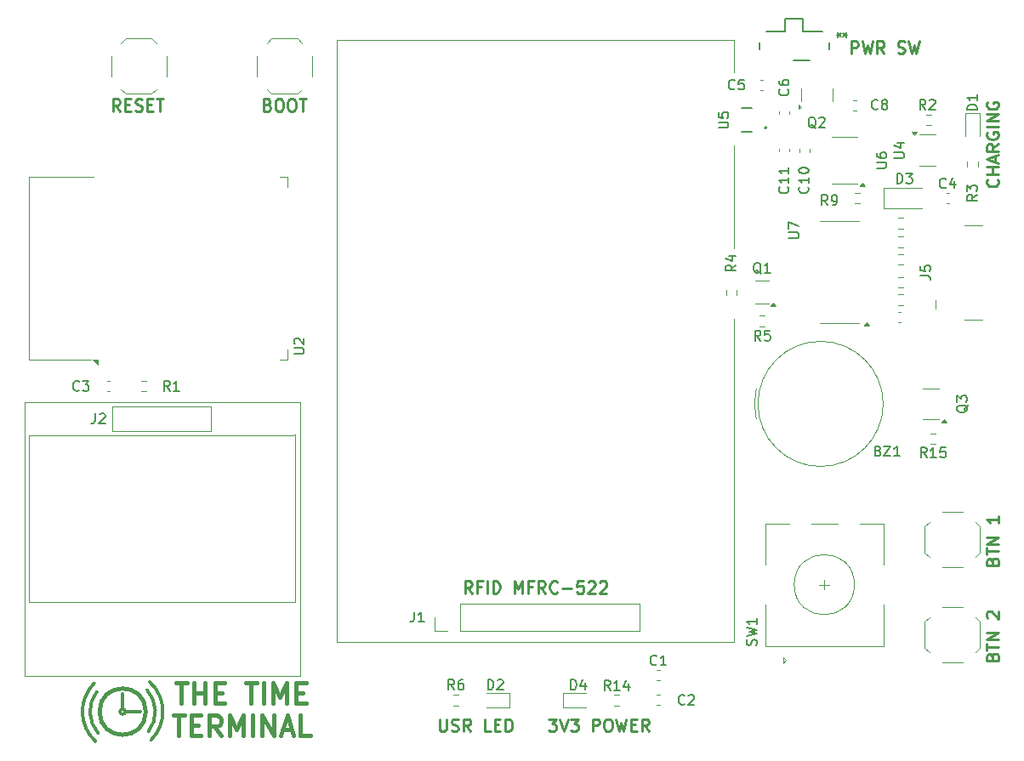
<source format=gbr>
%TF.GenerationSoftware,KiCad,Pcbnew,8.0.4+dfsg-1*%
%TF.CreationDate,2025-03-09T22:36:11+01:00*%
%TF.ProjectId,time_terminal,74696d65-5f74-4657-926d-696e616c2e6b,rev?*%
%TF.SameCoordinates,Original*%
%TF.FileFunction,Legend,Top*%
%TF.FilePolarity,Positive*%
%FSLAX46Y46*%
G04 Gerber Fmt 4.6, Leading zero omitted, Abs format (unit mm)*
G04 Created by KiCad (PCBNEW 8.0.4+dfsg-1) date 2025-03-09 22:36:11*
%MOMM*%
%LPD*%
G01*
G04 APERTURE LIST*
%ADD10C,0.400000*%
%ADD11C,0.300000*%
%ADD12C,0.100000*%
%ADD13C,0.240000*%
%ADD14C,0.150000*%
%ADD15C,0.120000*%
%ADD16C,0.152400*%
G04 APERTURE END LIST*
D10*
X76178727Y-119559730D02*
X77321584Y-119559730D01*
X76750155Y-121559730D02*
X76750155Y-119559730D01*
X77988251Y-121559730D02*
X77988251Y-119559730D01*
X77988251Y-120512111D02*
X79131108Y-120512111D01*
X79131108Y-121559730D02*
X79131108Y-119559730D01*
X80083489Y-120512111D02*
X80750156Y-120512111D01*
X81035870Y-121559730D02*
X80083489Y-121559730D01*
X80083489Y-121559730D02*
X80083489Y-119559730D01*
X80083489Y-119559730D02*
X81035870Y-119559730D01*
X83131109Y-119559730D02*
X84273966Y-119559730D01*
X83702537Y-121559730D02*
X83702537Y-119559730D01*
X84940633Y-121559730D02*
X84940633Y-119559730D01*
X85893014Y-121559730D02*
X85893014Y-119559730D01*
X85893014Y-119559730D02*
X86559681Y-120988301D01*
X86559681Y-120988301D02*
X87226347Y-119559730D01*
X87226347Y-119559730D02*
X87226347Y-121559730D01*
X88178728Y-120512111D02*
X88845395Y-120512111D01*
X89131109Y-121559730D02*
X88178728Y-121559730D01*
X88178728Y-121559730D02*
X88178728Y-119559730D01*
X88178728Y-119559730D02*
X89131109Y-119559730D01*
X75940632Y-122779618D02*
X77083489Y-122779618D01*
X76512060Y-124779618D02*
X76512060Y-122779618D01*
X77750156Y-123731999D02*
X78416823Y-123731999D01*
X78702537Y-124779618D02*
X77750156Y-124779618D01*
X77750156Y-124779618D02*
X77750156Y-122779618D01*
X77750156Y-122779618D02*
X78702537Y-122779618D01*
X80702537Y-124779618D02*
X80035870Y-123827237D01*
X79559680Y-124779618D02*
X79559680Y-122779618D01*
X79559680Y-122779618D02*
X80321585Y-122779618D01*
X80321585Y-122779618D02*
X80512061Y-122874856D01*
X80512061Y-122874856D02*
X80607299Y-122970094D01*
X80607299Y-122970094D02*
X80702537Y-123160570D01*
X80702537Y-123160570D02*
X80702537Y-123446284D01*
X80702537Y-123446284D02*
X80607299Y-123636760D01*
X80607299Y-123636760D02*
X80512061Y-123731999D01*
X80512061Y-123731999D02*
X80321585Y-123827237D01*
X80321585Y-123827237D02*
X79559680Y-123827237D01*
X81559680Y-124779618D02*
X81559680Y-122779618D01*
X81559680Y-122779618D02*
X82226347Y-124208189D01*
X82226347Y-124208189D02*
X82893013Y-122779618D01*
X82893013Y-122779618D02*
X82893013Y-124779618D01*
X83845394Y-124779618D02*
X83845394Y-122779618D01*
X84797775Y-124779618D02*
X84797775Y-122779618D01*
X84797775Y-122779618D02*
X85940632Y-124779618D01*
X85940632Y-124779618D02*
X85940632Y-122779618D01*
X86797775Y-124208189D02*
X87750156Y-124208189D01*
X86607299Y-124779618D02*
X87273965Y-122779618D01*
X87273965Y-122779618D02*
X87940632Y-124779618D01*
X89559680Y-124779618D02*
X88607299Y-124779618D01*
X88607299Y-124779618D02*
X88607299Y-122779618D01*
D11*
X70900156Y-122145180D02*
X70900156Y-120645180D01*
X72650156Y-122395180D02*
X71150156Y-122395180D01*
X72650156Y-122395180D02*
X72650156Y-122395180D01*
D12*
X71150156Y-122395180D02*
X72650156Y-122395180D01*
D11*
X71150156Y-122395180D02*
G75*
G02*
X70650156Y-122395180I-250000J0D01*
G01*
X70650156Y-122395180D02*
G75*
G02*
X71150156Y-122395180I250000J0D01*
G01*
X68208806Y-125355661D02*
G75*
G02*
X68071037Y-119566064I2691350J2960481D01*
G01*
X68471075Y-124554362D02*
G75*
G02*
X68334761Y-120399873I2429081J2159182D01*
G01*
X73591505Y-119434697D02*
G75*
G02*
X73729273Y-125224297I-2691350J-2960482D01*
G01*
X73330358Y-120235001D02*
G75*
G02*
X73466733Y-124391408I-2430203J-2160178D01*
G01*
D10*
X73205042Y-122395180D02*
G75*
G02*
X68595270Y-122395180I-2304886J0D01*
G01*
X68595270Y-122395180D02*
G75*
G02*
X73205042Y-122395180I2304886J0D01*
G01*
D12*
X92250000Y-55500000D02*
X92250000Y-115500000D01*
X131750000Y-55500000D02*
X92250000Y-55500000D01*
X131750000Y-58750000D02*
X131750000Y-55500000D01*
X131750000Y-76250000D02*
X131750000Y-66000000D01*
X131750000Y-115500000D02*
X131750000Y-83250000D01*
X92250000Y-115500000D02*
X131750000Y-115500000D01*
D13*
X105657143Y-110590662D02*
X105257143Y-110019234D01*
X104971429Y-110590662D02*
X104971429Y-109390662D01*
X104971429Y-109390662D02*
X105428572Y-109390662D01*
X105428572Y-109390662D02*
X105542857Y-109447805D01*
X105542857Y-109447805D02*
X105600000Y-109504948D01*
X105600000Y-109504948D02*
X105657143Y-109619234D01*
X105657143Y-109619234D02*
X105657143Y-109790662D01*
X105657143Y-109790662D02*
X105600000Y-109904948D01*
X105600000Y-109904948D02*
X105542857Y-109962091D01*
X105542857Y-109962091D02*
X105428572Y-110019234D01*
X105428572Y-110019234D02*
X104971429Y-110019234D01*
X106571429Y-109962091D02*
X106171429Y-109962091D01*
X106171429Y-110590662D02*
X106171429Y-109390662D01*
X106171429Y-109390662D02*
X106742857Y-109390662D01*
X107200000Y-110590662D02*
X107200000Y-109390662D01*
X107771429Y-110590662D02*
X107771429Y-109390662D01*
X107771429Y-109390662D02*
X108057143Y-109390662D01*
X108057143Y-109390662D02*
X108228572Y-109447805D01*
X108228572Y-109447805D02*
X108342857Y-109562091D01*
X108342857Y-109562091D02*
X108400000Y-109676377D01*
X108400000Y-109676377D02*
X108457143Y-109904948D01*
X108457143Y-109904948D02*
X108457143Y-110076377D01*
X108457143Y-110076377D02*
X108400000Y-110304948D01*
X108400000Y-110304948D02*
X108342857Y-110419234D01*
X108342857Y-110419234D02*
X108228572Y-110533520D01*
X108228572Y-110533520D02*
X108057143Y-110590662D01*
X108057143Y-110590662D02*
X107771429Y-110590662D01*
X109885715Y-110590662D02*
X109885715Y-109390662D01*
X109885715Y-109390662D02*
X110285715Y-110247805D01*
X110285715Y-110247805D02*
X110685715Y-109390662D01*
X110685715Y-109390662D02*
X110685715Y-110590662D01*
X111657144Y-109962091D02*
X111257144Y-109962091D01*
X111257144Y-110590662D02*
X111257144Y-109390662D01*
X111257144Y-109390662D02*
X111828572Y-109390662D01*
X112971429Y-110590662D02*
X112571429Y-110019234D01*
X112285715Y-110590662D02*
X112285715Y-109390662D01*
X112285715Y-109390662D02*
X112742858Y-109390662D01*
X112742858Y-109390662D02*
X112857143Y-109447805D01*
X112857143Y-109447805D02*
X112914286Y-109504948D01*
X112914286Y-109504948D02*
X112971429Y-109619234D01*
X112971429Y-109619234D02*
X112971429Y-109790662D01*
X112971429Y-109790662D02*
X112914286Y-109904948D01*
X112914286Y-109904948D02*
X112857143Y-109962091D01*
X112857143Y-109962091D02*
X112742858Y-110019234D01*
X112742858Y-110019234D02*
X112285715Y-110019234D01*
X114171429Y-110476377D02*
X114114286Y-110533520D01*
X114114286Y-110533520D02*
X113942858Y-110590662D01*
X113942858Y-110590662D02*
X113828572Y-110590662D01*
X113828572Y-110590662D02*
X113657143Y-110533520D01*
X113657143Y-110533520D02*
X113542858Y-110419234D01*
X113542858Y-110419234D02*
X113485715Y-110304948D01*
X113485715Y-110304948D02*
X113428572Y-110076377D01*
X113428572Y-110076377D02*
X113428572Y-109904948D01*
X113428572Y-109904948D02*
X113485715Y-109676377D01*
X113485715Y-109676377D02*
X113542858Y-109562091D01*
X113542858Y-109562091D02*
X113657143Y-109447805D01*
X113657143Y-109447805D02*
X113828572Y-109390662D01*
X113828572Y-109390662D02*
X113942858Y-109390662D01*
X113942858Y-109390662D02*
X114114286Y-109447805D01*
X114114286Y-109447805D02*
X114171429Y-109504948D01*
X114685715Y-110133520D02*
X115600001Y-110133520D01*
X116742857Y-109390662D02*
X116171429Y-109390662D01*
X116171429Y-109390662D02*
X116114286Y-109962091D01*
X116114286Y-109962091D02*
X116171429Y-109904948D01*
X116171429Y-109904948D02*
X116285715Y-109847805D01*
X116285715Y-109847805D02*
X116571429Y-109847805D01*
X116571429Y-109847805D02*
X116685715Y-109904948D01*
X116685715Y-109904948D02*
X116742857Y-109962091D01*
X116742857Y-109962091D02*
X116800000Y-110076377D01*
X116800000Y-110076377D02*
X116800000Y-110362091D01*
X116800000Y-110362091D02*
X116742857Y-110476377D01*
X116742857Y-110476377D02*
X116685715Y-110533520D01*
X116685715Y-110533520D02*
X116571429Y-110590662D01*
X116571429Y-110590662D02*
X116285715Y-110590662D01*
X116285715Y-110590662D02*
X116171429Y-110533520D01*
X116171429Y-110533520D02*
X116114286Y-110476377D01*
X117257143Y-109504948D02*
X117314286Y-109447805D01*
X117314286Y-109447805D02*
X117428572Y-109390662D01*
X117428572Y-109390662D02*
X117714286Y-109390662D01*
X117714286Y-109390662D02*
X117828572Y-109447805D01*
X117828572Y-109447805D02*
X117885714Y-109504948D01*
X117885714Y-109504948D02*
X117942857Y-109619234D01*
X117942857Y-109619234D02*
X117942857Y-109733520D01*
X117942857Y-109733520D02*
X117885714Y-109904948D01*
X117885714Y-109904948D02*
X117200000Y-110590662D01*
X117200000Y-110590662D02*
X117942857Y-110590662D01*
X118400000Y-109504948D02*
X118457143Y-109447805D01*
X118457143Y-109447805D02*
X118571429Y-109390662D01*
X118571429Y-109390662D02*
X118857143Y-109390662D01*
X118857143Y-109390662D02*
X118971429Y-109447805D01*
X118971429Y-109447805D02*
X119028571Y-109504948D01*
X119028571Y-109504948D02*
X119085714Y-109619234D01*
X119085714Y-109619234D02*
X119085714Y-109733520D01*
X119085714Y-109733520D02*
X119028571Y-109904948D01*
X119028571Y-109904948D02*
X118342857Y-110590662D01*
X118342857Y-110590662D02*
X119085714Y-110590662D01*
X143443608Y-56840662D02*
X143443608Y-55640662D01*
X143443608Y-55640662D02*
X143900751Y-55640662D01*
X143900751Y-55640662D02*
X144015036Y-55697805D01*
X144015036Y-55697805D02*
X144072179Y-55754948D01*
X144072179Y-55754948D02*
X144129322Y-55869234D01*
X144129322Y-55869234D02*
X144129322Y-56040662D01*
X144129322Y-56040662D02*
X144072179Y-56154948D01*
X144072179Y-56154948D02*
X144015036Y-56212091D01*
X144015036Y-56212091D02*
X143900751Y-56269234D01*
X143900751Y-56269234D02*
X143443608Y-56269234D01*
X144529322Y-55640662D02*
X144815036Y-56840662D01*
X144815036Y-56840662D02*
X145043608Y-55983520D01*
X145043608Y-55983520D02*
X145272179Y-56840662D01*
X145272179Y-56840662D02*
X145557894Y-55640662D01*
X146700751Y-56840662D02*
X146300751Y-56269234D01*
X146015037Y-56840662D02*
X146015037Y-55640662D01*
X146015037Y-55640662D02*
X146472180Y-55640662D01*
X146472180Y-55640662D02*
X146586465Y-55697805D01*
X146586465Y-55697805D02*
X146643608Y-55754948D01*
X146643608Y-55754948D02*
X146700751Y-55869234D01*
X146700751Y-55869234D02*
X146700751Y-56040662D01*
X146700751Y-56040662D02*
X146643608Y-56154948D01*
X146643608Y-56154948D02*
X146586465Y-56212091D01*
X146586465Y-56212091D02*
X146472180Y-56269234D01*
X146472180Y-56269234D02*
X146015037Y-56269234D01*
X148072180Y-56783520D02*
X148243609Y-56840662D01*
X148243609Y-56840662D02*
X148529323Y-56840662D01*
X148529323Y-56840662D02*
X148643609Y-56783520D01*
X148643609Y-56783520D02*
X148700751Y-56726377D01*
X148700751Y-56726377D02*
X148757894Y-56612091D01*
X148757894Y-56612091D02*
X148757894Y-56497805D01*
X148757894Y-56497805D02*
X148700751Y-56383520D01*
X148700751Y-56383520D02*
X148643609Y-56326377D01*
X148643609Y-56326377D02*
X148529323Y-56269234D01*
X148529323Y-56269234D02*
X148300751Y-56212091D01*
X148300751Y-56212091D02*
X148186466Y-56154948D01*
X148186466Y-56154948D02*
X148129323Y-56097805D01*
X148129323Y-56097805D02*
X148072180Y-55983520D01*
X148072180Y-55983520D02*
X148072180Y-55869234D01*
X148072180Y-55869234D02*
X148129323Y-55754948D01*
X148129323Y-55754948D02*
X148186466Y-55697805D01*
X148186466Y-55697805D02*
X148300751Y-55640662D01*
X148300751Y-55640662D02*
X148586466Y-55640662D01*
X148586466Y-55640662D02*
X148757894Y-55697805D01*
X149157894Y-55640662D02*
X149443608Y-56840662D01*
X149443608Y-56840662D02*
X149672180Y-55983520D01*
X149672180Y-55983520D02*
X149900751Y-56840662D01*
X149900751Y-56840662D02*
X150186466Y-55640662D01*
X113329322Y-123140662D02*
X114072179Y-123140662D01*
X114072179Y-123140662D02*
X113672179Y-123597805D01*
X113672179Y-123597805D02*
X113843608Y-123597805D01*
X113843608Y-123597805D02*
X113957894Y-123654948D01*
X113957894Y-123654948D02*
X114015036Y-123712091D01*
X114015036Y-123712091D02*
X114072179Y-123826377D01*
X114072179Y-123826377D02*
X114072179Y-124112091D01*
X114072179Y-124112091D02*
X114015036Y-124226377D01*
X114015036Y-124226377D02*
X113957894Y-124283520D01*
X113957894Y-124283520D02*
X113843608Y-124340662D01*
X113843608Y-124340662D02*
X113500751Y-124340662D01*
X113500751Y-124340662D02*
X113386465Y-124283520D01*
X113386465Y-124283520D02*
X113329322Y-124226377D01*
X114415036Y-123140662D02*
X114815036Y-124340662D01*
X114815036Y-124340662D02*
X115215036Y-123140662D01*
X115500750Y-123140662D02*
X116243607Y-123140662D01*
X116243607Y-123140662D02*
X115843607Y-123597805D01*
X115843607Y-123597805D02*
X116015036Y-123597805D01*
X116015036Y-123597805D02*
X116129322Y-123654948D01*
X116129322Y-123654948D02*
X116186464Y-123712091D01*
X116186464Y-123712091D02*
X116243607Y-123826377D01*
X116243607Y-123826377D02*
X116243607Y-124112091D01*
X116243607Y-124112091D02*
X116186464Y-124226377D01*
X116186464Y-124226377D02*
X116129322Y-124283520D01*
X116129322Y-124283520D02*
X116015036Y-124340662D01*
X116015036Y-124340662D02*
X115672179Y-124340662D01*
X115672179Y-124340662D02*
X115557893Y-124283520D01*
X115557893Y-124283520D02*
X115500750Y-124226377D01*
X117672179Y-124340662D02*
X117672179Y-123140662D01*
X117672179Y-123140662D02*
X118129322Y-123140662D01*
X118129322Y-123140662D02*
X118243607Y-123197805D01*
X118243607Y-123197805D02*
X118300750Y-123254948D01*
X118300750Y-123254948D02*
X118357893Y-123369234D01*
X118357893Y-123369234D02*
X118357893Y-123540662D01*
X118357893Y-123540662D02*
X118300750Y-123654948D01*
X118300750Y-123654948D02*
X118243607Y-123712091D01*
X118243607Y-123712091D02*
X118129322Y-123769234D01*
X118129322Y-123769234D02*
X117672179Y-123769234D01*
X119100750Y-123140662D02*
X119329322Y-123140662D01*
X119329322Y-123140662D02*
X119443607Y-123197805D01*
X119443607Y-123197805D02*
X119557893Y-123312091D01*
X119557893Y-123312091D02*
X119615036Y-123540662D01*
X119615036Y-123540662D02*
X119615036Y-123940662D01*
X119615036Y-123940662D02*
X119557893Y-124169234D01*
X119557893Y-124169234D02*
X119443607Y-124283520D01*
X119443607Y-124283520D02*
X119329322Y-124340662D01*
X119329322Y-124340662D02*
X119100750Y-124340662D01*
X119100750Y-124340662D02*
X118986465Y-124283520D01*
X118986465Y-124283520D02*
X118872179Y-124169234D01*
X118872179Y-124169234D02*
X118815036Y-123940662D01*
X118815036Y-123940662D02*
X118815036Y-123540662D01*
X118815036Y-123540662D02*
X118872179Y-123312091D01*
X118872179Y-123312091D02*
X118986465Y-123197805D01*
X118986465Y-123197805D02*
X119100750Y-123140662D01*
X120015036Y-123140662D02*
X120300750Y-124340662D01*
X120300750Y-124340662D02*
X120529322Y-123483520D01*
X120529322Y-123483520D02*
X120757893Y-124340662D01*
X120757893Y-124340662D02*
X121043608Y-123140662D01*
X121500751Y-123712091D02*
X121900751Y-123712091D01*
X122072179Y-124340662D02*
X121500751Y-124340662D01*
X121500751Y-124340662D02*
X121500751Y-123140662D01*
X121500751Y-123140662D02*
X122072179Y-123140662D01*
X123272179Y-124340662D02*
X122872179Y-123769234D01*
X122586465Y-124340662D02*
X122586465Y-123140662D01*
X122586465Y-123140662D02*
X123043608Y-123140662D01*
X123043608Y-123140662D02*
X123157893Y-123197805D01*
X123157893Y-123197805D02*
X123215036Y-123254948D01*
X123215036Y-123254948D02*
X123272179Y-123369234D01*
X123272179Y-123369234D02*
X123272179Y-123540662D01*
X123272179Y-123540662D02*
X123215036Y-123654948D01*
X123215036Y-123654948D02*
X123157893Y-123712091D01*
X123157893Y-123712091D02*
X123043608Y-123769234D01*
X123043608Y-123769234D02*
X122586465Y-123769234D01*
X102443608Y-123140662D02*
X102443608Y-124112091D01*
X102443608Y-124112091D02*
X102500751Y-124226377D01*
X102500751Y-124226377D02*
X102557894Y-124283520D01*
X102557894Y-124283520D02*
X102672179Y-124340662D01*
X102672179Y-124340662D02*
X102900751Y-124340662D01*
X102900751Y-124340662D02*
X103015036Y-124283520D01*
X103015036Y-124283520D02*
X103072179Y-124226377D01*
X103072179Y-124226377D02*
X103129322Y-124112091D01*
X103129322Y-124112091D02*
X103129322Y-123140662D01*
X103643608Y-124283520D02*
X103815037Y-124340662D01*
X103815037Y-124340662D02*
X104100751Y-124340662D01*
X104100751Y-124340662D02*
X104215037Y-124283520D01*
X104215037Y-124283520D02*
X104272179Y-124226377D01*
X104272179Y-124226377D02*
X104329322Y-124112091D01*
X104329322Y-124112091D02*
X104329322Y-123997805D01*
X104329322Y-123997805D02*
X104272179Y-123883520D01*
X104272179Y-123883520D02*
X104215037Y-123826377D01*
X104215037Y-123826377D02*
X104100751Y-123769234D01*
X104100751Y-123769234D02*
X103872179Y-123712091D01*
X103872179Y-123712091D02*
X103757894Y-123654948D01*
X103757894Y-123654948D02*
X103700751Y-123597805D01*
X103700751Y-123597805D02*
X103643608Y-123483520D01*
X103643608Y-123483520D02*
X103643608Y-123369234D01*
X103643608Y-123369234D02*
X103700751Y-123254948D01*
X103700751Y-123254948D02*
X103757894Y-123197805D01*
X103757894Y-123197805D02*
X103872179Y-123140662D01*
X103872179Y-123140662D02*
X104157894Y-123140662D01*
X104157894Y-123140662D02*
X104329322Y-123197805D01*
X105529322Y-124340662D02*
X105129322Y-123769234D01*
X104843608Y-124340662D02*
X104843608Y-123140662D01*
X104843608Y-123140662D02*
X105300751Y-123140662D01*
X105300751Y-123140662D02*
X105415036Y-123197805D01*
X105415036Y-123197805D02*
X105472179Y-123254948D01*
X105472179Y-123254948D02*
X105529322Y-123369234D01*
X105529322Y-123369234D02*
X105529322Y-123540662D01*
X105529322Y-123540662D02*
X105472179Y-123654948D01*
X105472179Y-123654948D02*
X105415036Y-123712091D01*
X105415036Y-123712091D02*
X105300751Y-123769234D01*
X105300751Y-123769234D02*
X104843608Y-123769234D01*
X107529322Y-124340662D02*
X106957894Y-124340662D01*
X106957894Y-124340662D02*
X106957894Y-123140662D01*
X107929323Y-123712091D02*
X108329323Y-123712091D01*
X108500751Y-124340662D02*
X107929323Y-124340662D01*
X107929323Y-124340662D02*
X107929323Y-123140662D01*
X107929323Y-123140662D02*
X108500751Y-123140662D01*
X109015037Y-124340662D02*
X109015037Y-123140662D01*
X109015037Y-123140662D02*
X109300751Y-123140662D01*
X109300751Y-123140662D02*
X109472180Y-123197805D01*
X109472180Y-123197805D02*
X109586465Y-123312091D01*
X109586465Y-123312091D02*
X109643608Y-123426377D01*
X109643608Y-123426377D02*
X109700751Y-123654948D01*
X109700751Y-123654948D02*
X109700751Y-123826377D01*
X109700751Y-123826377D02*
X109643608Y-124054948D01*
X109643608Y-124054948D02*
X109586465Y-124169234D01*
X109586465Y-124169234D02*
X109472180Y-124283520D01*
X109472180Y-124283520D02*
X109300751Y-124340662D01*
X109300751Y-124340662D02*
X109015037Y-124340662D01*
X157976377Y-69370677D02*
X158033520Y-69427820D01*
X158033520Y-69427820D02*
X158090662Y-69599248D01*
X158090662Y-69599248D02*
X158090662Y-69713534D01*
X158090662Y-69713534D02*
X158033520Y-69884963D01*
X158033520Y-69884963D02*
X157919234Y-69999248D01*
X157919234Y-69999248D02*
X157804948Y-70056391D01*
X157804948Y-70056391D02*
X157576377Y-70113534D01*
X157576377Y-70113534D02*
X157404948Y-70113534D01*
X157404948Y-70113534D02*
X157176377Y-70056391D01*
X157176377Y-70056391D02*
X157062091Y-69999248D01*
X157062091Y-69999248D02*
X156947805Y-69884963D01*
X156947805Y-69884963D02*
X156890662Y-69713534D01*
X156890662Y-69713534D02*
X156890662Y-69599248D01*
X156890662Y-69599248D02*
X156947805Y-69427820D01*
X156947805Y-69427820D02*
X157004948Y-69370677D01*
X158090662Y-68856391D02*
X156890662Y-68856391D01*
X157462091Y-68856391D02*
X157462091Y-68170677D01*
X158090662Y-68170677D02*
X156890662Y-68170677D01*
X157747805Y-67656391D02*
X157747805Y-67084963D01*
X158090662Y-67770677D02*
X156890662Y-67370677D01*
X156890662Y-67370677D02*
X158090662Y-66970677D01*
X158090662Y-65884963D02*
X157519234Y-66284963D01*
X158090662Y-66570677D02*
X156890662Y-66570677D01*
X156890662Y-66570677D02*
X156890662Y-66113534D01*
X156890662Y-66113534D02*
X156947805Y-65999249D01*
X156947805Y-65999249D02*
X157004948Y-65942106D01*
X157004948Y-65942106D02*
X157119234Y-65884963D01*
X157119234Y-65884963D02*
X157290662Y-65884963D01*
X157290662Y-65884963D02*
X157404948Y-65942106D01*
X157404948Y-65942106D02*
X157462091Y-65999249D01*
X157462091Y-65999249D02*
X157519234Y-66113534D01*
X157519234Y-66113534D02*
X157519234Y-66570677D01*
X156947805Y-64742106D02*
X156890662Y-64856392D01*
X156890662Y-64856392D02*
X156890662Y-65027820D01*
X156890662Y-65027820D02*
X156947805Y-65199249D01*
X156947805Y-65199249D02*
X157062091Y-65313534D01*
X157062091Y-65313534D02*
X157176377Y-65370677D01*
X157176377Y-65370677D02*
X157404948Y-65427820D01*
X157404948Y-65427820D02*
X157576377Y-65427820D01*
X157576377Y-65427820D02*
X157804948Y-65370677D01*
X157804948Y-65370677D02*
X157919234Y-65313534D01*
X157919234Y-65313534D02*
X158033520Y-65199249D01*
X158033520Y-65199249D02*
X158090662Y-65027820D01*
X158090662Y-65027820D02*
X158090662Y-64913534D01*
X158090662Y-64913534D02*
X158033520Y-64742106D01*
X158033520Y-64742106D02*
X157976377Y-64684963D01*
X157976377Y-64684963D02*
X157576377Y-64684963D01*
X157576377Y-64684963D02*
X157576377Y-64913534D01*
X158090662Y-64170677D02*
X156890662Y-64170677D01*
X158090662Y-63599248D02*
X156890662Y-63599248D01*
X156890662Y-63599248D02*
X158090662Y-62913534D01*
X158090662Y-62913534D02*
X156890662Y-62913534D01*
X156947805Y-61713534D02*
X156890662Y-61827820D01*
X156890662Y-61827820D02*
X156890662Y-61999248D01*
X156890662Y-61999248D02*
X156947805Y-62170677D01*
X156947805Y-62170677D02*
X157062091Y-62284962D01*
X157062091Y-62284962D02*
X157176377Y-62342105D01*
X157176377Y-62342105D02*
X157404948Y-62399248D01*
X157404948Y-62399248D02*
X157576377Y-62399248D01*
X157576377Y-62399248D02*
X157804948Y-62342105D01*
X157804948Y-62342105D02*
X157919234Y-62284962D01*
X157919234Y-62284962D02*
X158033520Y-62170677D01*
X158033520Y-62170677D02*
X158090662Y-61999248D01*
X158090662Y-61999248D02*
X158090662Y-61884962D01*
X158090662Y-61884962D02*
X158033520Y-61713534D01*
X158033520Y-61713534D02*
X157976377Y-61656391D01*
X157976377Y-61656391D02*
X157576377Y-61656391D01*
X157576377Y-61656391D02*
X157576377Y-61884962D01*
X157462091Y-116906391D02*
X157519234Y-116734963D01*
X157519234Y-116734963D02*
X157576377Y-116677820D01*
X157576377Y-116677820D02*
X157690662Y-116620677D01*
X157690662Y-116620677D02*
X157862091Y-116620677D01*
X157862091Y-116620677D02*
X157976377Y-116677820D01*
X157976377Y-116677820D02*
X158033520Y-116734963D01*
X158033520Y-116734963D02*
X158090662Y-116849248D01*
X158090662Y-116849248D02*
X158090662Y-117306391D01*
X158090662Y-117306391D02*
X156890662Y-117306391D01*
X156890662Y-117306391D02*
X156890662Y-116906391D01*
X156890662Y-116906391D02*
X156947805Y-116792106D01*
X156947805Y-116792106D02*
X157004948Y-116734963D01*
X157004948Y-116734963D02*
X157119234Y-116677820D01*
X157119234Y-116677820D02*
X157233520Y-116677820D01*
X157233520Y-116677820D02*
X157347805Y-116734963D01*
X157347805Y-116734963D02*
X157404948Y-116792106D01*
X157404948Y-116792106D02*
X157462091Y-116906391D01*
X157462091Y-116906391D02*
X157462091Y-117306391D01*
X156890662Y-116277820D02*
X156890662Y-115592106D01*
X158090662Y-115934963D02*
X156890662Y-115934963D01*
X158090662Y-115192105D02*
X156890662Y-115192105D01*
X156890662Y-115192105D02*
X158090662Y-114506391D01*
X158090662Y-114506391D02*
X156890662Y-114506391D01*
X157004948Y-113077819D02*
X156947805Y-113020676D01*
X156947805Y-113020676D02*
X156890662Y-112906391D01*
X156890662Y-112906391D02*
X156890662Y-112620676D01*
X156890662Y-112620676D02*
X156947805Y-112506391D01*
X156947805Y-112506391D02*
X157004948Y-112449248D01*
X157004948Y-112449248D02*
X157119234Y-112392105D01*
X157119234Y-112392105D02*
X157233520Y-112392105D01*
X157233520Y-112392105D02*
X157404948Y-112449248D01*
X157404948Y-112449248D02*
X158090662Y-113134962D01*
X158090662Y-113134962D02*
X158090662Y-112392105D01*
X157462091Y-107406391D02*
X157519234Y-107234963D01*
X157519234Y-107234963D02*
X157576377Y-107177820D01*
X157576377Y-107177820D02*
X157690662Y-107120677D01*
X157690662Y-107120677D02*
X157862091Y-107120677D01*
X157862091Y-107120677D02*
X157976377Y-107177820D01*
X157976377Y-107177820D02*
X158033520Y-107234963D01*
X158033520Y-107234963D02*
X158090662Y-107349248D01*
X158090662Y-107349248D02*
X158090662Y-107806391D01*
X158090662Y-107806391D02*
X156890662Y-107806391D01*
X156890662Y-107806391D02*
X156890662Y-107406391D01*
X156890662Y-107406391D02*
X156947805Y-107292106D01*
X156947805Y-107292106D02*
X157004948Y-107234963D01*
X157004948Y-107234963D02*
X157119234Y-107177820D01*
X157119234Y-107177820D02*
X157233520Y-107177820D01*
X157233520Y-107177820D02*
X157347805Y-107234963D01*
X157347805Y-107234963D02*
X157404948Y-107292106D01*
X157404948Y-107292106D02*
X157462091Y-107406391D01*
X157462091Y-107406391D02*
X157462091Y-107806391D01*
X156890662Y-106777820D02*
X156890662Y-106092106D01*
X158090662Y-106434963D02*
X156890662Y-106434963D01*
X158090662Y-105692105D02*
X156890662Y-105692105D01*
X156890662Y-105692105D02*
X158090662Y-105006391D01*
X158090662Y-105006391D02*
X156890662Y-105006391D01*
X158090662Y-102892105D02*
X158090662Y-103577819D01*
X158090662Y-103234962D02*
X156890662Y-103234962D01*
X156890662Y-103234962D02*
X157062091Y-103349248D01*
X157062091Y-103349248D02*
X157176377Y-103463533D01*
X157176377Y-103463533D02*
X157233520Y-103577819D01*
X85343608Y-61962091D02*
X85515036Y-62019234D01*
X85515036Y-62019234D02*
X85572179Y-62076377D01*
X85572179Y-62076377D02*
X85629322Y-62190662D01*
X85629322Y-62190662D02*
X85629322Y-62362091D01*
X85629322Y-62362091D02*
X85572179Y-62476377D01*
X85572179Y-62476377D02*
X85515036Y-62533520D01*
X85515036Y-62533520D02*
X85400751Y-62590662D01*
X85400751Y-62590662D02*
X84943608Y-62590662D01*
X84943608Y-62590662D02*
X84943608Y-61390662D01*
X84943608Y-61390662D02*
X85343608Y-61390662D01*
X85343608Y-61390662D02*
X85457894Y-61447805D01*
X85457894Y-61447805D02*
X85515036Y-61504948D01*
X85515036Y-61504948D02*
X85572179Y-61619234D01*
X85572179Y-61619234D02*
X85572179Y-61733520D01*
X85572179Y-61733520D02*
X85515036Y-61847805D01*
X85515036Y-61847805D02*
X85457894Y-61904948D01*
X85457894Y-61904948D02*
X85343608Y-61962091D01*
X85343608Y-61962091D02*
X84943608Y-61962091D01*
X86372179Y-61390662D02*
X86600751Y-61390662D01*
X86600751Y-61390662D02*
X86715036Y-61447805D01*
X86715036Y-61447805D02*
X86829322Y-61562091D01*
X86829322Y-61562091D02*
X86886465Y-61790662D01*
X86886465Y-61790662D02*
X86886465Y-62190662D01*
X86886465Y-62190662D02*
X86829322Y-62419234D01*
X86829322Y-62419234D02*
X86715036Y-62533520D01*
X86715036Y-62533520D02*
X86600751Y-62590662D01*
X86600751Y-62590662D02*
X86372179Y-62590662D01*
X86372179Y-62590662D02*
X86257894Y-62533520D01*
X86257894Y-62533520D02*
X86143608Y-62419234D01*
X86143608Y-62419234D02*
X86086465Y-62190662D01*
X86086465Y-62190662D02*
X86086465Y-61790662D01*
X86086465Y-61790662D02*
X86143608Y-61562091D01*
X86143608Y-61562091D02*
X86257894Y-61447805D01*
X86257894Y-61447805D02*
X86372179Y-61390662D01*
X87629322Y-61390662D02*
X87857894Y-61390662D01*
X87857894Y-61390662D02*
X87972179Y-61447805D01*
X87972179Y-61447805D02*
X88086465Y-61562091D01*
X88086465Y-61562091D02*
X88143608Y-61790662D01*
X88143608Y-61790662D02*
X88143608Y-62190662D01*
X88143608Y-62190662D02*
X88086465Y-62419234D01*
X88086465Y-62419234D02*
X87972179Y-62533520D01*
X87972179Y-62533520D02*
X87857894Y-62590662D01*
X87857894Y-62590662D02*
X87629322Y-62590662D01*
X87629322Y-62590662D02*
X87515037Y-62533520D01*
X87515037Y-62533520D02*
X87400751Y-62419234D01*
X87400751Y-62419234D02*
X87343608Y-62190662D01*
X87343608Y-62190662D02*
X87343608Y-61790662D01*
X87343608Y-61790662D02*
X87400751Y-61562091D01*
X87400751Y-61562091D02*
X87515037Y-61447805D01*
X87515037Y-61447805D02*
X87629322Y-61390662D01*
X88486465Y-61390662D02*
X89172180Y-61390662D01*
X88829322Y-62590662D02*
X88829322Y-61390662D01*
X70629322Y-62590662D02*
X70229322Y-62019234D01*
X69943608Y-62590662D02*
X69943608Y-61390662D01*
X69943608Y-61390662D02*
X70400751Y-61390662D01*
X70400751Y-61390662D02*
X70515036Y-61447805D01*
X70515036Y-61447805D02*
X70572179Y-61504948D01*
X70572179Y-61504948D02*
X70629322Y-61619234D01*
X70629322Y-61619234D02*
X70629322Y-61790662D01*
X70629322Y-61790662D02*
X70572179Y-61904948D01*
X70572179Y-61904948D02*
X70515036Y-61962091D01*
X70515036Y-61962091D02*
X70400751Y-62019234D01*
X70400751Y-62019234D02*
X69943608Y-62019234D01*
X71143608Y-61962091D02*
X71543608Y-61962091D01*
X71715036Y-62590662D02*
X71143608Y-62590662D01*
X71143608Y-62590662D02*
X71143608Y-61390662D01*
X71143608Y-61390662D02*
X71715036Y-61390662D01*
X72172179Y-62533520D02*
X72343608Y-62590662D01*
X72343608Y-62590662D02*
X72629322Y-62590662D01*
X72629322Y-62590662D02*
X72743608Y-62533520D01*
X72743608Y-62533520D02*
X72800750Y-62476377D01*
X72800750Y-62476377D02*
X72857893Y-62362091D01*
X72857893Y-62362091D02*
X72857893Y-62247805D01*
X72857893Y-62247805D02*
X72800750Y-62133520D01*
X72800750Y-62133520D02*
X72743608Y-62076377D01*
X72743608Y-62076377D02*
X72629322Y-62019234D01*
X72629322Y-62019234D02*
X72400750Y-61962091D01*
X72400750Y-61962091D02*
X72286465Y-61904948D01*
X72286465Y-61904948D02*
X72229322Y-61847805D01*
X72229322Y-61847805D02*
X72172179Y-61733520D01*
X72172179Y-61733520D02*
X72172179Y-61619234D01*
X72172179Y-61619234D02*
X72229322Y-61504948D01*
X72229322Y-61504948D02*
X72286465Y-61447805D01*
X72286465Y-61447805D02*
X72400750Y-61390662D01*
X72400750Y-61390662D02*
X72686465Y-61390662D01*
X72686465Y-61390662D02*
X72857893Y-61447805D01*
X73372179Y-61962091D02*
X73772179Y-61962091D01*
X73943607Y-62590662D02*
X73372179Y-62590662D01*
X73372179Y-62590662D02*
X73372179Y-61390662D01*
X73372179Y-61390662D02*
X73943607Y-61390662D01*
X74286464Y-61390662D02*
X74972179Y-61390662D01*
X74629321Y-62590662D02*
X74629321Y-61390662D01*
D14*
X99916666Y-112454819D02*
X99916666Y-113169104D01*
X99916666Y-113169104D02*
X99869047Y-113311961D01*
X99869047Y-113311961D02*
X99773809Y-113407200D01*
X99773809Y-113407200D02*
X99630952Y-113454819D01*
X99630952Y-113454819D02*
X99535714Y-113454819D01*
X100916666Y-113454819D02*
X100345238Y-113454819D01*
X100630952Y-113454819D02*
X100630952Y-112454819D01*
X100630952Y-112454819D02*
X100535714Y-112597676D01*
X100535714Y-112597676D02*
X100440476Y-112692914D01*
X100440476Y-112692914D02*
X100345238Y-112740533D01*
X141971259Y-54999999D02*
X142209354Y-54999999D01*
X142114116Y-55238094D02*
X142209354Y-54999999D01*
X142209354Y-54999999D02*
X142114116Y-54761904D01*
X142399830Y-55142856D02*
X142209354Y-54999999D01*
X142209354Y-54999999D02*
X142399830Y-54857142D01*
X143061620Y-55000000D02*
X142823525Y-55000000D01*
X142918763Y-54761905D02*
X142823525Y-55000000D01*
X142823525Y-55000000D02*
X142918763Y-55238095D01*
X142633049Y-54857143D02*
X142823525Y-55000000D01*
X142823525Y-55000000D02*
X142633049Y-55142857D01*
X87954819Y-86761904D02*
X88764342Y-86761904D01*
X88764342Y-86761904D02*
X88859580Y-86714285D01*
X88859580Y-86714285D02*
X88907200Y-86666666D01*
X88907200Y-86666666D02*
X88954819Y-86571428D01*
X88954819Y-86571428D02*
X88954819Y-86380952D01*
X88954819Y-86380952D02*
X88907200Y-86285714D01*
X88907200Y-86285714D02*
X88859580Y-86238095D01*
X88859580Y-86238095D02*
X88764342Y-86190476D01*
X88764342Y-86190476D02*
X87954819Y-86190476D01*
X88050057Y-85761904D02*
X88002438Y-85714285D01*
X88002438Y-85714285D02*
X87954819Y-85619047D01*
X87954819Y-85619047D02*
X87954819Y-85380952D01*
X87954819Y-85380952D02*
X88002438Y-85285714D01*
X88002438Y-85285714D02*
X88050057Y-85238095D01*
X88050057Y-85238095D02*
X88145295Y-85190476D01*
X88145295Y-85190476D02*
X88240533Y-85190476D01*
X88240533Y-85190476D02*
X88383390Y-85238095D01*
X88383390Y-85238095D02*
X88954819Y-85809523D01*
X88954819Y-85809523D02*
X88954819Y-85190476D01*
X137204819Y-75261904D02*
X138014342Y-75261904D01*
X138014342Y-75261904D02*
X138109580Y-75214285D01*
X138109580Y-75214285D02*
X138157200Y-75166666D01*
X138157200Y-75166666D02*
X138204819Y-75071428D01*
X138204819Y-75071428D02*
X138204819Y-74880952D01*
X138204819Y-74880952D02*
X138157200Y-74785714D01*
X138157200Y-74785714D02*
X138109580Y-74738095D01*
X138109580Y-74738095D02*
X138014342Y-74690476D01*
X138014342Y-74690476D02*
X137204819Y-74690476D01*
X137204819Y-74309523D02*
X137204819Y-73642857D01*
X137204819Y-73642857D02*
X138204819Y-74071428D01*
X145954819Y-68261904D02*
X146764342Y-68261904D01*
X146764342Y-68261904D02*
X146859580Y-68214285D01*
X146859580Y-68214285D02*
X146907200Y-68166666D01*
X146907200Y-68166666D02*
X146954819Y-68071428D01*
X146954819Y-68071428D02*
X146954819Y-67880952D01*
X146954819Y-67880952D02*
X146907200Y-67785714D01*
X146907200Y-67785714D02*
X146859580Y-67738095D01*
X146859580Y-67738095D02*
X146764342Y-67690476D01*
X146764342Y-67690476D02*
X145954819Y-67690476D01*
X145954819Y-66785714D02*
X145954819Y-66976190D01*
X145954819Y-66976190D02*
X146002438Y-67071428D01*
X146002438Y-67071428D02*
X146050057Y-67119047D01*
X146050057Y-67119047D02*
X146192914Y-67214285D01*
X146192914Y-67214285D02*
X146383390Y-67261904D01*
X146383390Y-67261904D02*
X146764342Y-67261904D01*
X146764342Y-67261904D02*
X146859580Y-67214285D01*
X146859580Y-67214285D02*
X146907200Y-67166666D01*
X146907200Y-67166666D02*
X146954819Y-67071428D01*
X146954819Y-67071428D02*
X146954819Y-66880952D01*
X146954819Y-66880952D02*
X146907200Y-66785714D01*
X146907200Y-66785714D02*
X146859580Y-66738095D01*
X146859580Y-66738095D02*
X146764342Y-66690476D01*
X146764342Y-66690476D02*
X146526247Y-66690476D01*
X146526247Y-66690476D02*
X146431009Y-66738095D01*
X146431009Y-66738095D02*
X146383390Y-66785714D01*
X146383390Y-66785714D02*
X146335771Y-66880952D01*
X146335771Y-66880952D02*
X146335771Y-67071428D01*
X146335771Y-67071428D02*
X146383390Y-67166666D01*
X146383390Y-67166666D02*
X146431009Y-67214285D01*
X146431009Y-67214285D02*
X146526247Y-67261904D01*
X130204819Y-64261904D02*
X131014342Y-64261904D01*
X131014342Y-64261904D02*
X131109580Y-64214285D01*
X131109580Y-64214285D02*
X131157200Y-64166666D01*
X131157200Y-64166666D02*
X131204819Y-64071428D01*
X131204819Y-64071428D02*
X131204819Y-63880952D01*
X131204819Y-63880952D02*
X131157200Y-63785714D01*
X131157200Y-63785714D02*
X131109580Y-63738095D01*
X131109580Y-63738095D02*
X131014342Y-63690476D01*
X131014342Y-63690476D02*
X130204819Y-63690476D01*
X130204819Y-62738095D02*
X130204819Y-63214285D01*
X130204819Y-63214285D02*
X130681009Y-63261904D01*
X130681009Y-63261904D02*
X130633390Y-63214285D01*
X130633390Y-63214285D02*
X130585771Y-63119047D01*
X130585771Y-63119047D02*
X130585771Y-62880952D01*
X130585771Y-62880952D02*
X130633390Y-62785714D01*
X130633390Y-62785714D02*
X130681009Y-62738095D01*
X130681009Y-62738095D02*
X130776247Y-62690476D01*
X130776247Y-62690476D02*
X131014342Y-62690476D01*
X131014342Y-62690476D02*
X131109580Y-62738095D01*
X131109580Y-62738095D02*
X131157200Y-62785714D01*
X131157200Y-62785714D02*
X131204819Y-62880952D01*
X131204819Y-62880952D02*
X131204819Y-63119047D01*
X131204819Y-63119047D02*
X131157200Y-63214285D01*
X131157200Y-63214285D02*
X131109580Y-63261904D01*
X147704819Y-67261904D02*
X148514342Y-67261904D01*
X148514342Y-67261904D02*
X148609580Y-67214285D01*
X148609580Y-67214285D02*
X148657200Y-67166666D01*
X148657200Y-67166666D02*
X148704819Y-67071428D01*
X148704819Y-67071428D02*
X148704819Y-66880952D01*
X148704819Y-66880952D02*
X148657200Y-66785714D01*
X148657200Y-66785714D02*
X148609580Y-66738095D01*
X148609580Y-66738095D02*
X148514342Y-66690476D01*
X148514342Y-66690476D02*
X147704819Y-66690476D01*
X148038152Y-65785714D02*
X148704819Y-65785714D01*
X147657200Y-66023809D02*
X148371485Y-66261904D01*
X148371485Y-66261904D02*
X148371485Y-65642857D01*
X133957200Y-115783332D02*
X134004819Y-115640475D01*
X134004819Y-115640475D02*
X134004819Y-115402380D01*
X134004819Y-115402380D02*
X133957200Y-115307142D01*
X133957200Y-115307142D02*
X133909580Y-115259523D01*
X133909580Y-115259523D02*
X133814342Y-115211904D01*
X133814342Y-115211904D02*
X133719104Y-115211904D01*
X133719104Y-115211904D02*
X133623866Y-115259523D01*
X133623866Y-115259523D02*
X133576247Y-115307142D01*
X133576247Y-115307142D02*
X133528628Y-115402380D01*
X133528628Y-115402380D02*
X133481009Y-115592856D01*
X133481009Y-115592856D02*
X133433390Y-115688094D01*
X133433390Y-115688094D02*
X133385771Y-115735713D01*
X133385771Y-115735713D02*
X133290533Y-115783332D01*
X133290533Y-115783332D02*
X133195295Y-115783332D01*
X133195295Y-115783332D02*
X133100057Y-115735713D01*
X133100057Y-115735713D02*
X133052438Y-115688094D01*
X133052438Y-115688094D02*
X133004819Y-115592856D01*
X133004819Y-115592856D02*
X133004819Y-115354761D01*
X133004819Y-115354761D02*
X133052438Y-115211904D01*
X133004819Y-114878570D02*
X134004819Y-114640475D01*
X134004819Y-114640475D02*
X133290533Y-114449999D01*
X133290533Y-114449999D02*
X134004819Y-114259523D01*
X134004819Y-114259523D02*
X133004819Y-114021428D01*
X134004819Y-113116666D02*
X134004819Y-113688094D01*
X134004819Y-113402380D02*
X133004819Y-113402380D01*
X133004819Y-113402380D02*
X133147676Y-113497618D01*
X133147676Y-113497618D02*
X133242914Y-113592856D01*
X133242914Y-113592856D02*
X133290533Y-113688094D01*
X150944642Y-97084819D02*
X150611309Y-96608628D01*
X150373214Y-97084819D02*
X150373214Y-96084819D01*
X150373214Y-96084819D02*
X150754166Y-96084819D01*
X150754166Y-96084819D02*
X150849404Y-96132438D01*
X150849404Y-96132438D02*
X150897023Y-96180057D01*
X150897023Y-96180057D02*
X150944642Y-96275295D01*
X150944642Y-96275295D02*
X150944642Y-96418152D01*
X150944642Y-96418152D02*
X150897023Y-96513390D01*
X150897023Y-96513390D02*
X150849404Y-96561009D01*
X150849404Y-96561009D02*
X150754166Y-96608628D01*
X150754166Y-96608628D02*
X150373214Y-96608628D01*
X151897023Y-97084819D02*
X151325595Y-97084819D01*
X151611309Y-97084819D02*
X151611309Y-96084819D01*
X151611309Y-96084819D02*
X151516071Y-96227676D01*
X151516071Y-96227676D02*
X151420833Y-96322914D01*
X151420833Y-96322914D02*
X151325595Y-96370533D01*
X152801785Y-96084819D02*
X152325595Y-96084819D01*
X152325595Y-96084819D02*
X152277976Y-96561009D01*
X152277976Y-96561009D02*
X152325595Y-96513390D01*
X152325595Y-96513390D02*
X152420833Y-96465771D01*
X152420833Y-96465771D02*
X152658928Y-96465771D01*
X152658928Y-96465771D02*
X152754166Y-96513390D01*
X152754166Y-96513390D02*
X152801785Y-96561009D01*
X152801785Y-96561009D02*
X152849404Y-96656247D01*
X152849404Y-96656247D02*
X152849404Y-96894342D01*
X152849404Y-96894342D02*
X152801785Y-96989580D01*
X152801785Y-96989580D02*
X152754166Y-97037200D01*
X152754166Y-97037200D02*
X152658928Y-97084819D01*
X152658928Y-97084819D02*
X152420833Y-97084819D01*
X152420833Y-97084819D02*
X152325595Y-97037200D01*
X152325595Y-97037200D02*
X152277976Y-96989580D01*
X119444642Y-120274819D02*
X119111309Y-119798628D01*
X118873214Y-120274819D02*
X118873214Y-119274819D01*
X118873214Y-119274819D02*
X119254166Y-119274819D01*
X119254166Y-119274819D02*
X119349404Y-119322438D01*
X119349404Y-119322438D02*
X119397023Y-119370057D01*
X119397023Y-119370057D02*
X119444642Y-119465295D01*
X119444642Y-119465295D02*
X119444642Y-119608152D01*
X119444642Y-119608152D02*
X119397023Y-119703390D01*
X119397023Y-119703390D02*
X119349404Y-119751009D01*
X119349404Y-119751009D02*
X119254166Y-119798628D01*
X119254166Y-119798628D02*
X118873214Y-119798628D01*
X120397023Y-120274819D02*
X119825595Y-120274819D01*
X120111309Y-120274819D02*
X120111309Y-119274819D01*
X120111309Y-119274819D02*
X120016071Y-119417676D01*
X120016071Y-119417676D02*
X119920833Y-119512914D01*
X119920833Y-119512914D02*
X119825595Y-119560533D01*
X121254166Y-119608152D02*
X121254166Y-120274819D01*
X121016071Y-119227200D02*
X120777976Y-119941485D01*
X120777976Y-119941485D02*
X121397023Y-119941485D01*
X141083333Y-71954819D02*
X140750000Y-71478628D01*
X140511905Y-71954819D02*
X140511905Y-70954819D01*
X140511905Y-70954819D02*
X140892857Y-70954819D01*
X140892857Y-70954819D02*
X140988095Y-71002438D01*
X140988095Y-71002438D02*
X141035714Y-71050057D01*
X141035714Y-71050057D02*
X141083333Y-71145295D01*
X141083333Y-71145295D02*
X141083333Y-71288152D01*
X141083333Y-71288152D02*
X141035714Y-71383390D01*
X141035714Y-71383390D02*
X140988095Y-71431009D01*
X140988095Y-71431009D02*
X140892857Y-71478628D01*
X140892857Y-71478628D02*
X140511905Y-71478628D01*
X141559524Y-71954819D02*
X141750000Y-71954819D01*
X141750000Y-71954819D02*
X141845238Y-71907200D01*
X141845238Y-71907200D02*
X141892857Y-71859580D01*
X141892857Y-71859580D02*
X141988095Y-71716723D01*
X141988095Y-71716723D02*
X142035714Y-71526247D01*
X142035714Y-71526247D02*
X142035714Y-71145295D01*
X142035714Y-71145295D02*
X141988095Y-71050057D01*
X141988095Y-71050057D02*
X141940476Y-71002438D01*
X141940476Y-71002438D02*
X141845238Y-70954819D01*
X141845238Y-70954819D02*
X141654762Y-70954819D01*
X141654762Y-70954819D02*
X141559524Y-71002438D01*
X141559524Y-71002438D02*
X141511905Y-71050057D01*
X141511905Y-71050057D02*
X141464286Y-71145295D01*
X141464286Y-71145295D02*
X141464286Y-71383390D01*
X141464286Y-71383390D02*
X141511905Y-71478628D01*
X141511905Y-71478628D02*
X141559524Y-71526247D01*
X141559524Y-71526247D02*
X141654762Y-71573866D01*
X141654762Y-71573866D02*
X141845238Y-71573866D01*
X141845238Y-71573866D02*
X141940476Y-71526247D01*
X141940476Y-71526247D02*
X141988095Y-71478628D01*
X141988095Y-71478628D02*
X142035714Y-71383390D01*
X103920833Y-120204819D02*
X103587500Y-119728628D01*
X103349405Y-120204819D02*
X103349405Y-119204819D01*
X103349405Y-119204819D02*
X103730357Y-119204819D01*
X103730357Y-119204819D02*
X103825595Y-119252438D01*
X103825595Y-119252438D02*
X103873214Y-119300057D01*
X103873214Y-119300057D02*
X103920833Y-119395295D01*
X103920833Y-119395295D02*
X103920833Y-119538152D01*
X103920833Y-119538152D02*
X103873214Y-119633390D01*
X103873214Y-119633390D02*
X103825595Y-119681009D01*
X103825595Y-119681009D02*
X103730357Y-119728628D01*
X103730357Y-119728628D02*
X103349405Y-119728628D01*
X104777976Y-119204819D02*
X104587500Y-119204819D01*
X104587500Y-119204819D02*
X104492262Y-119252438D01*
X104492262Y-119252438D02*
X104444643Y-119300057D01*
X104444643Y-119300057D02*
X104349405Y-119442914D01*
X104349405Y-119442914D02*
X104301786Y-119633390D01*
X104301786Y-119633390D02*
X104301786Y-120014342D01*
X104301786Y-120014342D02*
X104349405Y-120109580D01*
X104349405Y-120109580D02*
X104397024Y-120157200D01*
X104397024Y-120157200D02*
X104492262Y-120204819D01*
X104492262Y-120204819D02*
X104682738Y-120204819D01*
X104682738Y-120204819D02*
X104777976Y-120157200D01*
X104777976Y-120157200D02*
X104825595Y-120109580D01*
X104825595Y-120109580D02*
X104873214Y-120014342D01*
X104873214Y-120014342D02*
X104873214Y-119776247D01*
X104873214Y-119776247D02*
X104825595Y-119681009D01*
X104825595Y-119681009D02*
X104777976Y-119633390D01*
X104777976Y-119633390D02*
X104682738Y-119585771D01*
X104682738Y-119585771D02*
X104492262Y-119585771D01*
X104492262Y-119585771D02*
X104397024Y-119633390D01*
X104397024Y-119633390D02*
X104349405Y-119681009D01*
X104349405Y-119681009D02*
X104301786Y-119776247D01*
X134420833Y-85454819D02*
X134087500Y-84978628D01*
X133849405Y-85454819D02*
X133849405Y-84454819D01*
X133849405Y-84454819D02*
X134230357Y-84454819D01*
X134230357Y-84454819D02*
X134325595Y-84502438D01*
X134325595Y-84502438D02*
X134373214Y-84550057D01*
X134373214Y-84550057D02*
X134420833Y-84645295D01*
X134420833Y-84645295D02*
X134420833Y-84788152D01*
X134420833Y-84788152D02*
X134373214Y-84883390D01*
X134373214Y-84883390D02*
X134325595Y-84931009D01*
X134325595Y-84931009D02*
X134230357Y-84978628D01*
X134230357Y-84978628D02*
X133849405Y-84978628D01*
X135325595Y-84454819D02*
X134849405Y-84454819D01*
X134849405Y-84454819D02*
X134801786Y-84931009D01*
X134801786Y-84931009D02*
X134849405Y-84883390D01*
X134849405Y-84883390D02*
X134944643Y-84835771D01*
X134944643Y-84835771D02*
X135182738Y-84835771D01*
X135182738Y-84835771D02*
X135277976Y-84883390D01*
X135277976Y-84883390D02*
X135325595Y-84931009D01*
X135325595Y-84931009D02*
X135373214Y-85026247D01*
X135373214Y-85026247D02*
X135373214Y-85264342D01*
X135373214Y-85264342D02*
X135325595Y-85359580D01*
X135325595Y-85359580D02*
X135277976Y-85407200D01*
X135277976Y-85407200D02*
X135182738Y-85454819D01*
X135182738Y-85454819D02*
X134944643Y-85454819D01*
X134944643Y-85454819D02*
X134849405Y-85407200D01*
X134849405Y-85407200D02*
X134801786Y-85359580D01*
X131954819Y-77916666D02*
X131478628Y-78249999D01*
X131954819Y-78488094D02*
X130954819Y-78488094D01*
X130954819Y-78488094D02*
X130954819Y-78107142D01*
X130954819Y-78107142D02*
X131002438Y-78011904D01*
X131002438Y-78011904D02*
X131050057Y-77964285D01*
X131050057Y-77964285D02*
X131145295Y-77916666D01*
X131145295Y-77916666D02*
X131288152Y-77916666D01*
X131288152Y-77916666D02*
X131383390Y-77964285D01*
X131383390Y-77964285D02*
X131431009Y-78011904D01*
X131431009Y-78011904D02*
X131478628Y-78107142D01*
X131478628Y-78107142D02*
X131478628Y-78488094D01*
X131288152Y-77059523D02*
X131954819Y-77059523D01*
X130907200Y-77297618D02*
X131621485Y-77535713D01*
X131621485Y-77535713D02*
X131621485Y-76916666D01*
X155954819Y-70916666D02*
X155478628Y-71249999D01*
X155954819Y-71488094D02*
X154954819Y-71488094D01*
X154954819Y-71488094D02*
X154954819Y-71107142D01*
X154954819Y-71107142D02*
X155002438Y-71011904D01*
X155002438Y-71011904D02*
X155050057Y-70964285D01*
X155050057Y-70964285D02*
X155145295Y-70916666D01*
X155145295Y-70916666D02*
X155288152Y-70916666D01*
X155288152Y-70916666D02*
X155383390Y-70964285D01*
X155383390Y-70964285D02*
X155431009Y-71011904D01*
X155431009Y-71011904D02*
X155478628Y-71107142D01*
X155478628Y-71107142D02*
X155478628Y-71488094D01*
X154954819Y-70583332D02*
X154954819Y-69964285D01*
X154954819Y-69964285D02*
X155335771Y-70297618D01*
X155335771Y-70297618D02*
X155335771Y-70154761D01*
X155335771Y-70154761D02*
X155383390Y-70059523D01*
X155383390Y-70059523D02*
X155431009Y-70011904D01*
X155431009Y-70011904D02*
X155526247Y-69964285D01*
X155526247Y-69964285D02*
X155764342Y-69964285D01*
X155764342Y-69964285D02*
X155859580Y-70011904D01*
X155859580Y-70011904D02*
X155907200Y-70059523D01*
X155907200Y-70059523D02*
X155954819Y-70154761D01*
X155954819Y-70154761D02*
X155954819Y-70440475D01*
X155954819Y-70440475D02*
X155907200Y-70535713D01*
X155907200Y-70535713D02*
X155859580Y-70583332D01*
X150833333Y-62454819D02*
X150500000Y-61978628D01*
X150261905Y-62454819D02*
X150261905Y-61454819D01*
X150261905Y-61454819D02*
X150642857Y-61454819D01*
X150642857Y-61454819D02*
X150738095Y-61502438D01*
X150738095Y-61502438D02*
X150785714Y-61550057D01*
X150785714Y-61550057D02*
X150833333Y-61645295D01*
X150833333Y-61645295D02*
X150833333Y-61788152D01*
X150833333Y-61788152D02*
X150785714Y-61883390D01*
X150785714Y-61883390D02*
X150738095Y-61931009D01*
X150738095Y-61931009D02*
X150642857Y-61978628D01*
X150642857Y-61978628D02*
X150261905Y-61978628D01*
X151214286Y-61550057D02*
X151261905Y-61502438D01*
X151261905Y-61502438D02*
X151357143Y-61454819D01*
X151357143Y-61454819D02*
X151595238Y-61454819D01*
X151595238Y-61454819D02*
X151690476Y-61502438D01*
X151690476Y-61502438D02*
X151738095Y-61550057D01*
X151738095Y-61550057D02*
X151785714Y-61645295D01*
X151785714Y-61645295D02*
X151785714Y-61740533D01*
X151785714Y-61740533D02*
X151738095Y-61883390D01*
X151738095Y-61883390D02*
X151166667Y-62454819D01*
X151166667Y-62454819D02*
X151785714Y-62454819D01*
X75583333Y-90454819D02*
X75250000Y-89978628D01*
X75011905Y-90454819D02*
X75011905Y-89454819D01*
X75011905Y-89454819D02*
X75392857Y-89454819D01*
X75392857Y-89454819D02*
X75488095Y-89502438D01*
X75488095Y-89502438D02*
X75535714Y-89550057D01*
X75535714Y-89550057D02*
X75583333Y-89645295D01*
X75583333Y-89645295D02*
X75583333Y-89788152D01*
X75583333Y-89788152D02*
X75535714Y-89883390D01*
X75535714Y-89883390D02*
X75488095Y-89931009D01*
X75488095Y-89931009D02*
X75392857Y-89978628D01*
X75392857Y-89978628D02*
X75011905Y-89978628D01*
X76535714Y-90454819D02*
X75964286Y-90454819D01*
X76250000Y-90454819D02*
X76250000Y-89454819D01*
X76250000Y-89454819D02*
X76154762Y-89597676D01*
X76154762Y-89597676D02*
X76059524Y-89692914D01*
X76059524Y-89692914D02*
X75964286Y-89740533D01*
X155050057Y-91845238D02*
X155002438Y-91940476D01*
X155002438Y-91940476D02*
X154907200Y-92035714D01*
X154907200Y-92035714D02*
X154764342Y-92178571D01*
X154764342Y-92178571D02*
X154716723Y-92273809D01*
X154716723Y-92273809D02*
X154716723Y-92369047D01*
X154954819Y-92321428D02*
X154907200Y-92416666D01*
X154907200Y-92416666D02*
X154811961Y-92511904D01*
X154811961Y-92511904D02*
X154621485Y-92559523D01*
X154621485Y-92559523D02*
X154288152Y-92559523D01*
X154288152Y-92559523D02*
X154097676Y-92511904D01*
X154097676Y-92511904D02*
X154002438Y-92416666D01*
X154002438Y-92416666D02*
X153954819Y-92321428D01*
X153954819Y-92321428D02*
X153954819Y-92130952D01*
X153954819Y-92130952D02*
X154002438Y-92035714D01*
X154002438Y-92035714D02*
X154097676Y-91940476D01*
X154097676Y-91940476D02*
X154288152Y-91892857D01*
X154288152Y-91892857D02*
X154621485Y-91892857D01*
X154621485Y-91892857D02*
X154811961Y-91940476D01*
X154811961Y-91940476D02*
X154907200Y-92035714D01*
X154907200Y-92035714D02*
X154954819Y-92130952D01*
X154954819Y-92130952D02*
X154954819Y-92321428D01*
X153954819Y-91559523D02*
X153954819Y-90940476D01*
X153954819Y-90940476D02*
X154335771Y-91273809D01*
X154335771Y-91273809D02*
X154335771Y-91130952D01*
X154335771Y-91130952D02*
X154383390Y-91035714D01*
X154383390Y-91035714D02*
X154431009Y-90988095D01*
X154431009Y-90988095D02*
X154526247Y-90940476D01*
X154526247Y-90940476D02*
X154764342Y-90940476D01*
X154764342Y-90940476D02*
X154859580Y-90988095D01*
X154859580Y-90988095D02*
X154907200Y-91035714D01*
X154907200Y-91035714D02*
X154954819Y-91130952D01*
X154954819Y-91130952D02*
X154954819Y-91416666D01*
X154954819Y-91416666D02*
X154907200Y-91511904D01*
X154907200Y-91511904D02*
X154859580Y-91559523D01*
X139904761Y-64300057D02*
X139809523Y-64252438D01*
X139809523Y-64252438D02*
X139714285Y-64157200D01*
X139714285Y-64157200D02*
X139571428Y-64014342D01*
X139571428Y-64014342D02*
X139476190Y-63966723D01*
X139476190Y-63966723D02*
X139380952Y-63966723D01*
X139428571Y-64204819D02*
X139333333Y-64157200D01*
X139333333Y-64157200D02*
X139238095Y-64061961D01*
X139238095Y-64061961D02*
X139190476Y-63871485D01*
X139190476Y-63871485D02*
X139190476Y-63538152D01*
X139190476Y-63538152D02*
X139238095Y-63347676D01*
X139238095Y-63347676D02*
X139333333Y-63252438D01*
X139333333Y-63252438D02*
X139428571Y-63204819D01*
X139428571Y-63204819D02*
X139619047Y-63204819D01*
X139619047Y-63204819D02*
X139714285Y-63252438D01*
X139714285Y-63252438D02*
X139809523Y-63347676D01*
X139809523Y-63347676D02*
X139857142Y-63538152D01*
X139857142Y-63538152D02*
X139857142Y-63871485D01*
X139857142Y-63871485D02*
X139809523Y-64061961D01*
X139809523Y-64061961D02*
X139714285Y-64157200D01*
X139714285Y-64157200D02*
X139619047Y-64204819D01*
X139619047Y-64204819D02*
X139428571Y-64204819D01*
X140238095Y-63300057D02*
X140285714Y-63252438D01*
X140285714Y-63252438D02*
X140380952Y-63204819D01*
X140380952Y-63204819D02*
X140619047Y-63204819D01*
X140619047Y-63204819D02*
X140714285Y-63252438D01*
X140714285Y-63252438D02*
X140761904Y-63300057D01*
X140761904Y-63300057D02*
X140809523Y-63395295D01*
X140809523Y-63395295D02*
X140809523Y-63490533D01*
X140809523Y-63490533D02*
X140761904Y-63633390D01*
X140761904Y-63633390D02*
X140190476Y-64204819D01*
X140190476Y-64204819D02*
X140809523Y-64204819D01*
X134454761Y-78800057D02*
X134359523Y-78752438D01*
X134359523Y-78752438D02*
X134264285Y-78657200D01*
X134264285Y-78657200D02*
X134121428Y-78514342D01*
X134121428Y-78514342D02*
X134026190Y-78466723D01*
X134026190Y-78466723D02*
X133930952Y-78466723D01*
X133978571Y-78704819D02*
X133883333Y-78657200D01*
X133883333Y-78657200D02*
X133788095Y-78561961D01*
X133788095Y-78561961D02*
X133740476Y-78371485D01*
X133740476Y-78371485D02*
X133740476Y-78038152D01*
X133740476Y-78038152D02*
X133788095Y-77847676D01*
X133788095Y-77847676D02*
X133883333Y-77752438D01*
X133883333Y-77752438D02*
X133978571Y-77704819D01*
X133978571Y-77704819D02*
X134169047Y-77704819D01*
X134169047Y-77704819D02*
X134264285Y-77752438D01*
X134264285Y-77752438D02*
X134359523Y-77847676D01*
X134359523Y-77847676D02*
X134407142Y-78038152D01*
X134407142Y-78038152D02*
X134407142Y-78371485D01*
X134407142Y-78371485D02*
X134359523Y-78561961D01*
X134359523Y-78561961D02*
X134264285Y-78657200D01*
X134264285Y-78657200D02*
X134169047Y-78704819D01*
X134169047Y-78704819D02*
X133978571Y-78704819D01*
X135359523Y-78704819D02*
X134788095Y-78704819D01*
X135073809Y-78704819D02*
X135073809Y-77704819D01*
X135073809Y-77704819D02*
X134978571Y-77847676D01*
X134978571Y-77847676D02*
X134883333Y-77942914D01*
X134883333Y-77942914D02*
X134788095Y-77990533D01*
X150309819Y-78968333D02*
X151024104Y-78968333D01*
X151024104Y-78968333D02*
X151166961Y-79015952D01*
X151166961Y-79015952D02*
X151262200Y-79111190D01*
X151262200Y-79111190D02*
X151309819Y-79254047D01*
X151309819Y-79254047D02*
X151309819Y-79349285D01*
X150309819Y-78015952D02*
X150309819Y-78492142D01*
X150309819Y-78492142D02*
X150786009Y-78539761D01*
X150786009Y-78539761D02*
X150738390Y-78492142D01*
X150738390Y-78492142D02*
X150690771Y-78396904D01*
X150690771Y-78396904D02*
X150690771Y-78158809D01*
X150690771Y-78158809D02*
X150738390Y-78063571D01*
X150738390Y-78063571D02*
X150786009Y-78015952D01*
X150786009Y-78015952D02*
X150881247Y-77968333D01*
X150881247Y-77968333D02*
X151119342Y-77968333D01*
X151119342Y-77968333D02*
X151214580Y-78015952D01*
X151214580Y-78015952D02*
X151262200Y-78063571D01*
X151262200Y-78063571D02*
X151309819Y-78158809D01*
X151309819Y-78158809D02*
X151309819Y-78396904D01*
X151309819Y-78396904D02*
X151262200Y-78492142D01*
X151262200Y-78492142D02*
X151214580Y-78539761D01*
X68166666Y-92704819D02*
X68166666Y-93419104D01*
X68166666Y-93419104D02*
X68119047Y-93561961D01*
X68119047Y-93561961D02*
X68023809Y-93657200D01*
X68023809Y-93657200D02*
X67880952Y-93704819D01*
X67880952Y-93704819D02*
X67785714Y-93704819D01*
X68595238Y-92800057D02*
X68642857Y-92752438D01*
X68642857Y-92752438D02*
X68738095Y-92704819D01*
X68738095Y-92704819D02*
X68976190Y-92704819D01*
X68976190Y-92704819D02*
X69071428Y-92752438D01*
X69071428Y-92752438D02*
X69119047Y-92800057D01*
X69119047Y-92800057D02*
X69166666Y-92895295D01*
X69166666Y-92895295D02*
X69166666Y-92990533D01*
X69166666Y-92990533D02*
X69119047Y-93133390D01*
X69119047Y-93133390D02*
X68547619Y-93704819D01*
X68547619Y-93704819D02*
X69166666Y-93704819D01*
X115511905Y-120204819D02*
X115511905Y-119204819D01*
X115511905Y-119204819D02*
X115750000Y-119204819D01*
X115750000Y-119204819D02*
X115892857Y-119252438D01*
X115892857Y-119252438D02*
X115988095Y-119347676D01*
X115988095Y-119347676D02*
X116035714Y-119442914D01*
X116035714Y-119442914D02*
X116083333Y-119633390D01*
X116083333Y-119633390D02*
X116083333Y-119776247D01*
X116083333Y-119776247D02*
X116035714Y-119966723D01*
X116035714Y-119966723D02*
X115988095Y-120061961D01*
X115988095Y-120061961D02*
X115892857Y-120157200D01*
X115892857Y-120157200D02*
X115750000Y-120204819D01*
X115750000Y-120204819D02*
X115511905Y-120204819D01*
X116940476Y-119538152D02*
X116940476Y-120204819D01*
X116702381Y-119157200D02*
X116464286Y-119871485D01*
X116464286Y-119871485D02*
X117083333Y-119871485D01*
X147984905Y-69799819D02*
X147984905Y-68799819D01*
X147984905Y-68799819D02*
X148223000Y-68799819D01*
X148223000Y-68799819D02*
X148365857Y-68847438D01*
X148365857Y-68847438D02*
X148461095Y-68942676D01*
X148461095Y-68942676D02*
X148508714Y-69037914D01*
X148508714Y-69037914D02*
X148556333Y-69228390D01*
X148556333Y-69228390D02*
X148556333Y-69371247D01*
X148556333Y-69371247D02*
X148508714Y-69561723D01*
X148508714Y-69561723D02*
X148461095Y-69656961D01*
X148461095Y-69656961D02*
X148365857Y-69752200D01*
X148365857Y-69752200D02*
X148223000Y-69799819D01*
X148223000Y-69799819D02*
X147984905Y-69799819D01*
X148889667Y-68799819D02*
X149508714Y-68799819D01*
X149508714Y-68799819D02*
X149175381Y-69180771D01*
X149175381Y-69180771D02*
X149318238Y-69180771D01*
X149318238Y-69180771D02*
X149413476Y-69228390D01*
X149413476Y-69228390D02*
X149461095Y-69276009D01*
X149461095Y-69276009D02*
X149508714Y-69371247D01*
X149508714Y-69371247D02*
X149508714Y-69609342D01*
X149508714Y-69609342D02*
X149461095Y-69704580D01*
X149461095Y-69704580D02*
X149413476Y-69752200D01*
X149413476Y-69752200D02*
X149318238Y-69799819D01*
X149318238Y-69799819D02*
X149032524Y-69799819D01*
X149032524Y-69799819D02*
X148937286Y-69752200D01*
X148937286Y-69752200D02*
X148889667Y-69704580D01*
X107261905Y-120204819D02*
X107261905Y-119204819D01*
X107261905Y-119204819D02*
X107500000Y-119204819D01*
X107500000Y-119204819D02*
X107642857Y-119252438D01*
X107642857Y-119252438D02*
X107738095Y-119347676D01*
X107738095Y-119347676D02*
X107785714Y-119442914D01*
X107785714Y-119442914D02*
X107833333Y-119633390D01*
X107833333Y-119633390D02*
X107833333Y-119776247D01*
X107833333Y-119776247D02*
X107785714Y-119966723D01*
X107785714Y-119966723D02*
X107738095Y-120061961D01*
X107738095Y-120061961D02*
X107642857Y-120157200D01*
X107642857Y-120157200D02*
X107500000Y-120204819D01*
X107500000Y-120204819D02*
X107261905Y-120204819D01*
X108214286Y-119300057D02*
X108261905Y-119252438D01*
X108261905Y-119252438D02*
X108357143Y-119204819D01*
X108357143Y-119204819D02*
X108595238Y-119204819D01*
X108595238Y-119204819D02*
X108690476Y-119252438D01*
X108690476Y-119252438D02*
X108738095Y-119300057D01*
X108738095Y-119300057D02*
X108785714Y-119395295D01*
X108785714Y-119395295D02*
X108785714Y-119490533D01*
X108785714Y-119490533D02*
X108738095Y-119633390D01*
X108738095Y-119633390D02*
X108166667Y-120204819D01*
X108166667Y-120204819D02*
X108785714Y-120204819D01*
X155954819Y-62488094D02*
X154954819Y-62488094D01*
X154954819Y-62488094D02*
X154954819Y-62249999D01*
X154954819Y-62249999D02*
X155002438Y-62107142D01*
X155002438Y-62107142D02*
X155097676Y-62011904D01*
X155097676Y-62011904D02*
X155192914Y-61964285D01*
X155192914Y-61964285D02*
X155383390Y-61916666D01*
X155383390Y-61916666D02*
X155526247Y-61916666D01*
X155526247Y-61916666D02*
X155716723Y-61964285D01*
X155716723Y-61964285D02*
X155811961Y-62011904D01*
X155811961Y-62011904D02*
X155907200Y-62107142D01*
X155907200Y-62107142D02*
X155954819Y-62249999D01*
X155954819Y-62249999D02*
X155954819Y-62488094D01*
X155954819Y-60964285D02*
X155954819Y-61535713D01*
X155954819Y-61249999D02*
X154954819Y-61249999D01*
X154954819Y-61249999D02*
X155097676Y-61345237D01*
X155097676Y-61345237D02*
X155192914Y-61440475D01*
X155192914Y-61440475D02*
X155240533Y-61535713D01*
X137109580Y-70142857D02*
X137157200Y-70190476D01*
X137157200Y-70190476D02*
X137204819Y-70333333D01*
X137204819Y-70333333D02*
X137204819Y-70428571D01*
X137204819Y-70428571D02*
X137157200Y-70571428D01*
X137157200Y-70571428D02*
X137061961Y-70666666D01*
X137061961Y-70666666D02*
X136966723Y-70714285D01*
X136966723Y-70714285D02*
X136776247Y-70761904D01*
X136776247Y-70761904D02*
X136633390Y-70761904D01*
X136633390Y-70761904D02*
X136442914Y-70714285D01*
X136442914Y-70714285D02*
X136347676Y-70666666D01*
X136347676Y-70666666D02*
X136252438Y-70571428D01*
X136252438Y-70571428D02*
X136204819Y-70428571D01*
X136204819Y-70428571D02*
X136204819Y-70333333D01*
X136204819Y-70333333D02*
X136252438Y-70190476D01*
X136252438Y-70190476D02*
X136300057Y-70142857D01*
X137204819Y-69190476D02*
X137204819Y-69761904D01*
X137204819Y-69476190D02*
X136204819Y-69476190D01*
X136204819Y-69476190D02*
X136347676Y-69571428D01*
X136347676Y-69571428D02*
X136442914Y-69666666D01*
X136442914Y-69666666D02*
X136490533Y-69761904D01*
X137204819Y-68238095D02*
X137204819Y-68809523D01*
X137204819Y-68523809D02*
X136204819Y-68523809D01*
X136204819Y-68523809D02*
X136347676Y-68619047D01*
X136347676Y-68619047D02*
X136442914Y-68714285D01*
X136442914Y-68714285D02*
X136490533Y-68809523D01*
X139109580Y-70142857D02*
X139157200Y-70190476D01*
X139157200Y-70190476D02*
X139204819Y-70333333D01*
X139204819Y-70333333D02*
X139204819Y-70428571D01*
X139204819Y-70428571D02*
X139157200Y-70571428D01*
X139157200Y-70571428D02*
X139061961Y-70666666D01*
X139061961Y-70666666D02*
X138966723Y-70714285D01*
X138966723Y-70714285D02*
X138776247Y-70761904D01*
X138776247Y-70761904D02*
X138633390Y-70761904D01*
X138633390Y-70761904D02*
X138442914Y-70714285D01*
X138442914Y-70714285D02*
X138347676Y-70666666D01*
X138347676Y-70666666D02*
X138252438Y-70571428D01*
X138252438Y-70571428D02*
X138204819Y-70428571D01*
X138204819Y-70428571D02*
X138204819Y-70333333D01*
X138204819Y-70333333D02*
X138252438Y-70190476D01*
X138252438Y-70190476D02*
X138300057Y-70142857D01*
X139204819Y-69190476D02*
X139204819Y-69761904D01*
X139204819Y-69476190D02*
X138204819Y-69476190D01*
X138204819Y-69476190D02*
X138347676Y-69571428D01*
X138347676Y-69571428D02*
X138442914Y-69666666D01*
X138442914Y-69666666D02*
X138490533Y-69761904D01*
X138204819Y-68571428D02*
X138204819Y-68476190D01*
X138204819Y-68476190D02*
X138252438Y-68380952D01*
X138252438Y-68380952D02*
X138300057Y-68333333D01*
X138300057Y-68333333D02*
X138395295Y-68285714D01*
X138395295Y-68285714D02*
X138585771Y-68238095D01*
X138585771Y-68238095D02*
X138823866Y-68238095D01*
X138823866Y-68238095D02*
X139014342Y-68285714D01*
X139014342Y-68285714D02*
X139109580Y-68333333D01*
X139109580Y-68333333D02*
X139157200Y-68380952D01*
X139157200Y-68380952D02*
X139204819Y-68476190D01*
X139204819Y-68476190D02*
X139204819Y-68571428D01*
X139204819Y-68571428D02*
X139157200Y-68666666D01*
X139157200Y-68666666D02*
X139109580Y-68714285D01*
X139109580Y-68714285D02*
X139014342Y-68761904D01*
X139014342Y-68761904D02*
X138823866Y-68809523D01*
X138823866Y-68809523D02*
X138585771Y-68809523D01*
X138585771Y-68809523D02*
X138395295Y-68761904D01*
X138395295Y-68761904D02*
X138300057Y-68714285D01*
X138300057Y-68714285D02*
X138252438Y-68666666D01*
X138252438Y-68666666D02*
X138204819Y-68571428D01*
X146083333Y-62359580D02*
X146035714Y-62407200D01*
X146035714Y-62407200D02*
X145892857Y-62454819D01*
X145892857Y-62454819D02*
X145797619Y-62454819D01*
X145797619Y-62454819D02*
X145654762Y-62407200D01*
X145654762Y-62407200D02*
X145559524Y-62311961D01*
X145559524Y-62311961D02*
X145511905Y-62216723D01*
X145511905Y-62216723D02*
X145464286Y-62026247D01*
X145464286Y-62026247D02*
X145464286Y-61883390D01*
X145464286Y-61883390D02*
X145511905Y-61692914D01*
X145511905Y-61692914D02*
X145559524Y-61597676D01*
X145559524Y-61597676D02*
X145654762Y-61502438D01*
X145654762Y-61502438D02*
X145797619Y-61454819D01*
X145797619Y-61454819D02*
X145892857Y-61454819D01*
X145892857Y-61454819D02*
X146035714Y-61502438D01*
X146035714Y-61502438D02*
X146083333Y-61550057D01*
X146654762Y-61883390D02*
X146559524Y-61835771D01*
X146559524Y-61835771D02*
X146511905Y-61788152D01*
X146511905Y-61788152D02*
X146464286Y-61692914D01*
X146464286Y-61692914D02*
X146464286Y-61645295D01*
X146464286Y-61645295D02*
X146511905Y-61550057D01*
X146511905Y-61550057D02*
X146559524Y-61502438D01*
X146559524Y-61502438D02*
X146654762Y-61454819D01*
X146654762Y-61454819D02*
X146845238Y-61454819D01*
X146845238Y-61454819D02*
X146940476Y-61502438D01*
X146940476Y-61502438D02*
X146988095Y-61550057D01*
X146988095Y-61550057D02*
X147035714Y-61645295D01*
X147035714Y-61645295D02*
X147035714Y-61692914D01*
X147035714Y-61692914D02*
X146988095Y-61788152D01*
X146988095Y-61788152D02*
X146940476Y-61835771D01*
X146940476Y-61835771D02*
X146845238Y-61883390D01*
X146845238Y-61883390D02*
X146654762Y-61883390D01*
X146654762Y-61883390D02*
X146559524Y-61931009D01*
X146559524Y-61931009D02*
X146511905Y-61978628D01*
X146511905Y-61978628D02*
X146464286Y-62073866D01*
X146464286Y-62073866D02*
X146464286Y-62264342D01*
X146464286Y-62264342D02*
X146511905Y-62359580D01*
X146511905Y-62359580D02*
X146559524Y-62407200D01*
X146559524Y-62407200D02*
X146654762Y-62454819D01*
X146654762Y-62454819D02*
X146845238Y-62454819D01*
X146845238Y-62454819D02*
X146940476Y-62407200D01*
X146940476Y-62407200D02*
X146988095Y-62359580D01*
X146988095Y-62359580D02*
X147035714Y-62264342D01*
X147035714Y-62264342D02*
X147035714Y-62073866D01*
X147035714Y-62073866D02*
X146988095Y-61978628D01*
X146988095Y-61978628D02*
X146940476Y-61931009D01*
X146940476Y-61931009D02*
X146845238Y-61883390D01*
X137109580Y-60416666D02*
X137157200Y-60464285D01*
X137157200Y-60464285D02*
X137204819Y-60607142D01*
X137204819Y-60607142D02*
X137204819Y-60702380D01*
X137204819Y-60702380D02*
X137157200Y-60845237D01*
X137157200Y-60845237D02*
X137061961Y-60940475D01*
X137061961Y-60940475D02*
X136966723Y-60988094D01*
X136966723Y-60988094D02*
X136776247Y-61035713D01*
X136776247Y-61035713D02*
X136633390Y-61035713D01*
X136633390Y-61035713D02*
X136442914Y-60988094D01*
X136442914Y-60988094D02*
X136347676Y-60940475D01*
X136347676Y-60940475D02*
X136252438Y-60845237D01*
X136252438Y-60845237D02*
X136204819Y-60702380D01*
X136204819Y-60702380D02*
X136204819Y-60607142D01*
X136204819Y-60607142D02*
X136252438Y-60464285D01*
X136252438Y-60464285D02*
X136300057Y-60416666D01*
X136204819Y-59559523D02*
X136204819Y-59749999D01*
X136204819Y-59749999D02*
X136252438Y-59845237D01*
X136252438Y-59845237D02*
X136300057Y-59892856D01*
X136300057Y-59892856D02*
X136442914Y-59988094D01*
X136442914Y-59988094D02*
X136633390Y-60035713D01*
X136633390Y-60035713D02*
X137014342Y-60035713D01*
X137014342Y-60035713D02*
X137109580Y-59988094D01*
X137109580Y-59988094D02*
X137157200Y-59940475D01*
X137157200Y-59940475D02*
X137204819Y-59845237D01*
X137204819Y-59845237D02*
X137204819Y-59654761D01*
X137204819Y-59654761D02*
X137157200Y-59559523D01*
X137157200Y-59559523D02*
X137109580Y-59511904D01*
X137109580Y-59511904D02*
X137014342Y-59464285D01*
X137014342Y-59464285D02*
X136776247Y-59464285D01*
X136776247Y-59464285D02*
X136681009Y-59511904D01*
X136681009Y-59511904D02*
X136633390Y-59559523D01*
X136633390Y-59559523D02*
X136585771Y-59654761D01*
X136585771Y-59654761D02*
X136585771Y-59845237D01*
X136585771Y-59845237D02*
X136633390Y-59940475D01*
X136633390Y-59940475D02*
X136681009Y-59988094D01*
X136681009Y-59988094D02*
X136776247Y-60035713D01*
X131833333Y-60359580D02*
X131785714Y-60407200D01*
X131785714Y-60407200D02*
X131642857Y-60454819D01*
X131642857Y-60454819D02*
X131547619Y-60454819D01*
X131547619Y-60454819D02*
X131404762Y-60407200D01*
X131404762Y-60407200D02*
X131309524Y-60311961D01*
X131309524Y-60311961D02*
X131261905Y-60216723D01*
X131261905Y-60216723D02*
X131214286Y-60026247D01*
X131214286Y-60026247D02*
X131214286Y-59883390D01*
X131214286Y-59883390D02*
X131261905Y-59692914D01*
X131261905Y-59692914D02*
X131309524Y-59597676D01*
X131309524Y-59597676D02*
X131404762Y-59502438D01*
X131404762Y-59502438D02*
X131547619Y-59454819D01*
X131547619Y-59454819D02*
X131642857Y-59454819D01*
X131642857Y-59454819D02*
X131785714Y-59502438D01*
X131785714Y-59502438D02*
X131833333Y-59550057D01*
X132738095Y-59454819D02*
X132261905Y-59454819D01*
X132261905Y-59454819D02*
X132214286Y-59931009D01*
X132214286Y-59931009D02*
X132261905Y-59883390D01*
X132261905Y-59883390D02*
X132357143Y-59835771D01*
X132357143Y-59835771D02*
X132595238Y-59835771D01*
X132595238Y-59835771D02*
X132690476Y-59883390D01*
X132690476Y-59883390D02*
X132738095Y-59931009D01*
X132738095Y-59931009D02*
X132785714Y-60026247D01*
X132785714Y-60026247D02*
X132785714Y-60264342D01*
X132785714Y-60264342D02*
X132738095Y-60359580D01*
X132738095Y-60359580D02*
X132690476Y-60407200D01*
X132690476Y-60407200D02*
X132595238Y-60454819D01*
X132595238Y-60454819D02*
X132357143Y-60454819D01*
X132357143Y-60454819D02*
X132261905Y-60407200D01*
X132261905Y-60407200D02*
X132214286Y-60359580D01*
X152858333Y-70179580D02*
X152810714Y-70227200D01*
X152810714Y-70227200D02*
X152667857Y-70274819D01*
X152667857Y-70274819D02*
X152572619Y-70274819D01*
X152572619Y-70274819D02*
X152429762Y-70227200D01*
X152429762Y-70227200D02*
X152334524Y-70131961D01*
X152334524Y-70131961D02*
X152286905Y-70036723D01*
X152286905Y-70036723D02*
X152239286Y-69846247D01*
X152239286Y-69846247D02*
X152239286Y-69703390D01*
X152239286Y-69703390D02*
X152286905Y-69512914D01*
X152286905Y-69512914D02*
X152334524Y-69417676D01*
X152334524Y-69417676D02*
X152429762Y-69322438D01*
X152429762Y-69322438D02*
X152572619Y-69274819D01*
X152572619Y-69274819D02*
X152667857Y-69274819D01*
X152667857Y-69274819D02*
X152810714Y-69322438D01*
X152810714Y-69322438D02*
X152858333Y-69370057D01*
X153715476Y-69608152D02*
X153715476Y-70274819D01*
X153477381Y-69227200D02*
X153239286Y-69941485D01*
X153239286Y-69941485D02*
X153858333Y-69941485D01*
X66583333Y-90359580D02*
X66535714Y-90407200D01*
X66535714Y-90407200D02*
X66392857Y-90454819D01*
X66392857Y-90454819D02*
X66297619Y-90454819D01*
X66297619Y-90454819D02*
X66154762Y-90407200D01*
X66154762Y-90407200D02*
X66059524Y-90311961D01*
X66059524Y-90311961D02*
X66011905Y-90216723D01*
X66011905Y-90216723D02*
X65964286Y-90026247D01*
X65964286Y-90026247D02*
X65964286Y-89883390D01*
X65964286Y-89883390D02*
X66011905Y-89692914D01*
X66011905Y-89692914D02*
X66059524Y-89597676D01*
X66059524Y-89597676D02*
X66154762Y-89502438D01*
X66154762Y-89502438D02*
X66297619Y-89454819D01*
X66297619Y-89454819D02*
X66392857Y-89454819D01*
X66392857Y-89454819D02*
X66535714Y-89502438D01*
X66535714Y-89502438D02*
X66583333Y-89550057D01*
X66916667Y-89454819D02*
X67535714Y-89454819D01*
X67535714Y-89454819D02*
X67202381Y-89835771D01*
X67202381Y-89835771D02*
X67345238Y-89835771D01*
X67345238Y-89835771D02*
X67440476Y-89883390D01*
X67440476Y-89883390D02*
X67488095Y-89931009D01*
X67488095Y-89931009D02*
X67535714Y-90026247D01*
X67535714Y-90026247D02*
X67535714Y-90264342D01*
X67535714Y-90264342D02*
X67488095Y-90359580D01*
X67488095Y-90359580D02*
X67440476Y-90407200D01*
X67440476Y-90407200D02*
X67345238Y-90454819D01*
X67345238Y-90454819D02*
X67059524Y-90454819D01*
X67059524Y-90454819D02*
X66964286Y-90407200D01*
X66964286Y-90407200D02*
X66916667Y-90359580D01*
X126833333Y-121609580D02*
X126785714Y-121657200D01*
X126785714Y-121657200D02*
X126642857Y-121704819D01*
X126642857Y-121704819D02*
X126547619Y-121704819D01*
X126547619Y-121704819D02*
X126404762Y-121657200D01*
X126404762Y-121657200D02*
X126309524Y-121561961D01*
X126309524Y-121561961D02*
X126261905Y-121466723D01*
X126261905Y-121466723D02*
X126214286Y-121276247D01*
X126214286Y-121276247D02*
X126214286Y-121133390D01*
X126214286Y-121133390D02*
X126261905Y-120942914D01*
X126261905Y-120942914D02*
X126309524Y-120847676D01*
X126309524Y-120847676D02*
X126404762Y-120752438D01*
X126404762Y-120752438D02*
X126547619Y-120704819D01*
X126547619Y-120704819D02*
X126642857Y-120704819D01*
X126642857Y-120704819D02*
X126785714Y-120752438D01*
X126785714Y-120752438D02*
X126833333Y-120800057D01*
X127214286Y-120800057D02*
X127261905Y-120752438D01*
X127261905Y-120752438D02*
X127357143Y-120704819D01*
X127357143Y-120704819D02*
X127595238Y-120704819D01*
X127595238Y-120704819D02*
X127690476Y-120752438D01*
X127690476Y-120752438D02*
X127738095Y-120800057D01*
X127738095Y-120800057D02*
X127785714Y-120895295D01*
X127785714Y-120895295D02*
X127785714Y-120990533D01*
X127785714Y-120990533D02*
X127738095Y-121133390D01*
X127738095Y-121133390D02*
X127166667Y-121704819D01*
X127166667Y-121704819D02*
X127785714Y-121704819D01*
X124058333Y-117679580D02*
X124010714Y-117727200D01*
X124010714Y-117727200D02*
X123867857Y-117774819D01*
X123867857Y-117774819D02*
X123772619Y-117774819D01*
X123772619Y-117774819D02*
X123629762Y-117727200D01*
X123629762Y-117727200D02*
X123534524Y-117631961D01*
X123534524Y-117631961D02*
X123486905Y-117536723D01*
X123486905Y-117536723D02*
X123439286Y-117346247D01*
X123439286Y-117346247D02*
X123439286Y-117203390D01*
X123439286Y-117203390D02*
X123486905Y-117012914D01*
X123486905Y-117012914D02*
X123534524Y-116917676D01*
X123534524Y-116917676D02*
X123629762Y-116822438D01*
X123629762Y-116822438D02*
X123772619Y-116774819D01*
X123772619Y-116774819D02*
X123867857Y-116774819D01*
X123867857Y-116774819D02*
X124010714Y-116822438D01*
X124010714Y-116822438D02*
X124058333Y-116870057D01*
X125010714Y-117774819D02*
X124439286Y-117774819D01*
X124725000Y-117774819D02*
X124725000Y-116774819D01*
X124725000Y-116774819D02*
X124629762Y-116917676D01*
X124629762Y-116917676D02*
X124534524Y-117012914D01*
X124534524Y-117012914D02*
X124439286Y-117060533D01*
X146119047Y-96431009D02*
X146261904Y-96478628D01*
X146261904Y-96478628D02*
X146309523Y-96526247D01*
X146309523Y-96526247D02*
X146357142Y-96621485D01*
X146357142Y-96621485D02*
X146357142Y-96764342D01*
X146357142Y-96764342D02*
X146309523Y-96859580D01*
X146309523Y-96859580D02*
X146261904Y-96907200D01*
X146261904Y-96907200D02*
X146166666Y-96954819D01*
X146166666Y-96954819D02*
X145785714Y-96954819D01*
X145785714Y-96954819D02*
X145785714Y-95954819D01*
X145785714Y-95954819D02*
X146119047Y-95954819D01*
X146119047Y-95954819D02*
X146214285Y-96002438D01*
X146214285Y-96002438D02*
X146261904Y-96050057D01*
X146261904Y-96050057D02*
X146309523Y-96145295D01*
X146309523Y-96145295D02*
X146309523Y-96240533D01*
X146309523Y-96240533D02*
X146261904Y-96335771D01*
X146261904Y-96335771D02*
X146214285Y-96383390D01*
X146214285Y-96383390D02*
X146119047Y-96431009D01*
X146119047Y-96431009D02*
X145785714Y-96431009D01*
X146690476Y-95954819D02*
X147357142Y-95954819D01*
X147357142Y-95954819D02*
X146690476Y-96954819D01*
X146690476Y-96954819D02*
X147357142Y-96954819D01*
X148261904Y-96954819D02*
X147690476Y-96954819D01*
X147976190Y-96954819D02*
X147976190Y-95954819D01*
X147976190Y-95954819D02*
X147880952Y-96097676D01*
X147880952Y-96097676D02*
X147785714Y-96192914D01*
X147785714Y-96192914D02*
X147690476Y-96240533D01*
D15*
%TO.C,SW2*%
X69750000Y-57125000D02*
X69750000Y-59125000D01*
X70750000Y-55825000D02*
X71200000Y-55375000D01*
X70750000Y-60425000D02*
X71200000Y-60875000D01*
X71200000Y-55375000D02*
X73800000Y-55375000D01*
X71200000Y-60875000D02*
X73800000Y-60875000D01*
X74250000Y-55825000D02*
X73800000Y-55375000D01*
X74250000Y-60425000D02*
X73800000Y-60875000D01*
X75250000Y-57125000D02*
X75250000Y-59125000D01*
%TO.C,J1*%
X104520000Y-111670000D02*
X122360000Y-111670000D01*
X122360000Y-114330000D02*
X122360000Y-111670000D01*
X104520000Y-114330000D02*
X104520000Y-111670000D01*
X104520000Y-114330000D02*
X122360000Y-114330000D01*
X103250000Y-114330000D02*
X101920000Y-114330000D01*
X101920000Y-114330000D02*
X101920000Y-113000000D01*
D16*
%TO.C,SW6*%
X140578420Y-54677600D02*
X138632780Y-54677600D01*
X138632780Y-54677600D02*
X138632780Y-53382198D01*
X138632780Y-53382198D02*
X136880180Y-53382198D01*
X136880180Y-53382198D02*
X136880180Y-54677600D01*
X136880180Y-54677600D02*
X134934540Y-54677600D01*
X134276680Y-55739140D02*
X134276680Y-56460860D01*
X137703140Y-57522400D02*
X139310960Y-57522400D01*
X141236280Y-56460860D02*
X141236280Y-55739140D01*
D15*
%TO.C,U2*%
X61575000Y-87370000D02*
X67735000Y-87370000D01*
X61575000Y-87370000D02*
X61575000Y-69130000D01*
X86535000Y-87370000D02*
X87315000Y-87370000D01*
X87315000Y-87370000D02*
X87315000Y-86370000D01*
X61575000Y-69130000D02*
X67990000Y-69130000D01*
X86535000Y-69130000D02*
X87315000Y-69130000D01*
X87315000Y-69130000D02*
X87315000Y-70130000D01*
X68460000Y-87875000D02*
X67960000Y-87375000D01*
X68460000Y-87375000D01*
X68460000Y-87875000D01*
G36*
X68460000Y-87875000D02*
G01*
X67960000Y-87375000D01*
X68460000Y-87375000D01*
X68460000Y-87875000D01*
G37*
%TO.C,U7*%
X142250000Y-83695000D02*
X144200000Y-83695000D01*
X142250000Y-83695000D02*
X140300000Y-83695000D01*
X142250000Y-73575000D02*
X144200000Y-73575000D01*
X142250000Y-73575000D02*
X140300000Y-73575000D01*
X145190000Y-83970000D02*
X144710000Y-83970000D01*
X144950000Y-83640000D01*
X145190000Y-83970000D01*
G36*
X145190000Y-83970000D02*
G01*
X144710000Y-83970000D01*
X144950000Y-83640000D01*
X145190000Y-83970000D01*
G37*
%TO.C,U6*%
X144760000Y-70040000D02*
X144280000Y-70040000D01*
X144520000Y-69710000D01*
X144760000Y-70040000D01*
G36*
X144760000Y-70040000D02*
G01*
X144280000Y-70040000D01*
X144520000Y-69710000D01*
X144760000Y-70040000D01*
G37*
X141500000Y-65140000D02*
X144000000Y-65140000D01*
X144000000Y-69860000D02*
X141500000Y-69860000D01*
D16*
%TO.C,U5*%
X135008000Y-64250000D02*
G75*
G02*
X134804800Y-64250000I-101600J0D01*
G01*
X134804800Y-64250000D02*
G75*
G02*
X135008000Y-64250000I101600J0D01*
G01*
X133509345Y-62318900D02*
X132484055Y-62318900D01*
X132484055Y-64681100D02*
X133509345Y-64681100D01*
D15*
%TO.C,U4*%
X149700000Y-64990000D02*
X149460000Y-64660000D01*
X149940000Y-64660000D01*
X149700000Y-64990000D01*
G36*
X149700000Y-64990000D02*
G01*
X149460000Y-64660000D01*
X149940000Y-64660000D01*
X149700000Y-64990000D01*
G37*
X151000000Y-68060000D02*
X151800000Y-68060000D01*
X151000000Y-68060000D02*
X150200000Y-68060000D01*
X151000000Y-64940000D02*
X151800000Y-64940000D01*
X151000000Y-64940000D02*
X150200000Y-64940000D01*
%TO.C,SW5*%
X154500000Y-112000000D02*
X152500000Y-112000000D01*
X155800000Y-113000000D02*
X156250000Y-113450000D01*
X151200000Y-113000000D02*
X150750000Y-113450000D01*
X156250000Y-113450000D02*
X156250000Y-116050000D01*
X150750000Y-113450000D02*
X150750000Y-116050000D01*
X155800000Y-116500000D02*
X156250000Y-116050000D01*
X151200000Y-116500000D02*
X150750000Y-116050000D01*
X154500000Y-117500000D02*
X152500000Y-117500000D01*
%TO.C,SW4*%
X89750000Y-57125000D02*
X89750000Y-59125000D01*
X88750000Y-60425000D02*
X88300000Y-60875000D01*
X88750000Y-55825000D02*
X88300000Y-55375000D01*
X85700000Y-60875000D02*
X88300000Y-60875000D01*
X85700000Y-55375000D02*
X88300000Y-55375000D01*
X85250000Y-60425000D02*
X85700000Y-60875000D01*
X85250000Y-55825000D02*
X85700000Y-55375000D01*
X84250000Y-57125000D02*
X84250000Y-59125000D01*
%TO.C,SW3*%
X154500000Y-102500000D02*
X152500000Y-102500000D01*
X155800000Y-103500000D02*
X156250000Y-103950000D01*
X151200000Y-103500000D02*
X150750000Y-103950000D01*
X156250000Y-103950000D02*
X156250000Y-106550000D01*
X150750000Y-103950000D02*
X150750000Y-106550000D01*
X155800000Y-107000000D02*
X156250000Y-106550000D01*
X151200000Y-107000000D02*
X150750000Y-106550000D01*
X154500000Y-108000000D02*
X152500000Y-108000000D01*
%TO.C,SW1*%
X143750000Y-109750000D02*
G75*
G02*
X137750000Y-109750000I-3000000J0D01*
G01*
X137750000Y-109750000D02*
G75*
G02*
X143750000Y-109750000I3000000J0D01*
G01*
X146650000Y-103650000D02*
X146650000Y-107750000D01*
X144250000Y-103650000D02*
X146650000Y-103650000D01*
X139450000Y-103650000D02*
X142050000Y-103650000D01*
X134850000Y-103650000D02*
X137250000Y-103650000D01*
X134850000Y-107750000D02*
X134850000Y-103650000D01*
X140250000Y-109750000D02*
X141250000Y-109750000D01*
X140750000Y-110250000D02*
X140750000Y-109250000D01*
X146650000Y-111750000D02*
X146650000Y-115850000D01*
X134850000Y-111750000D02*
X134850000Y-115850000D01*
X134850000Y-115850000D02*
X146650000Y-115850000D01*
X136650000Y-116950000D02*
X136950000Y-117250000D01*
X136950000Y-117250000D02*
X136650000Y-117550000D01*
X136650000Y-117550000D02*
X136650000Y-116950000D01*
%TO.C,R15*%
X151842224Y-95722500D02*
X151332776Y-95722500D01*
X151842224Y-94677500D02*
X151332776Y-94677500D01*
%TO.C,R14*%
X119832776Y-120727500D02*
X120342224Y-120727500D01*
X119832776Y-121772500D02*
X120342224Y-121772500D01*
%TO.C,R13*%
X148592224Y-77907500D02*
X148082776Y-77907500D01*
X148592224Y-76862500D02*
X148082776Y-76862500D01*
%TO.C,R12*%
X148592224Y-80157500D02*
X148082776Y-80157500D01*
X148592224Y-79112500D02*
X148082776Y-79112500D01*
%TO.C,R11*%
X148592224Y-76157500D02*
X148082776Y-76157500D01*
X148592224Y-75112500D02*
X148082776Y-75112500D01*
%TO.C,R10*%
X148082776Y-80862500D02*
X148592224Y-80862500D01*
X148082776Y-81907500D02*
X148592224Y-81907500D01*
%TO.C,R9*%
X144254724Y-70727500D02*
X143745276Y-70727500D01*
X144254724Y-71772500D02*
X143745276Y-71772500D01*
%TO.C,R7*%
X148592224Y-73227500D02*
X148082776Y-73227500D01*
X148592224Y-74272500D02*
X148082776Y-74272500D01*
%TO.C,R6*%
X104342224Y-121772500D02*
X103832776Y-121772500D01*
X104342224Y-120727500D02*
X103832776Y-120727500D01*
%TO.C,R5*%
X134332776Y-82977500D02*
X134842224Y-82977500D01*
X134332776Y-84022500D02*
X134842224Y-84022500D01*
%TO.C,R4*%
X130977500Y-80917224D02*
X130977500Y-80407776D01*
X132022500Y-80917224D02*
X132022500Y-80407776D01*
%TO.C,R3*%
X154977500Y-67657776D02*
X154977500Y-68167224D01*
X156022500Y-67657776D02*
X156022500Y-68167224D01*
%TO.C,R2*%
X151417224Y-62977500D02*
X150907776Y-62977500D01*
X151417224Y-64022500D02*
X150907776Y-64022500D01*
%TO.C,R1*%
X72745276Y-90522500D02*
X73254724Y-90522500D01*
X72745276Y-89477500D02*
X73254724Y-89477500D01*
%TO.C,Q3*%
X152927500Y-93590000D02*
X152447500Y-93590000D01*
X152687500Y-93260000D01*
X152927500Y-93590000D01*
G36*
X152927500Y-93590000D02*
G01*
X152447500Y-93590000D01*
X152687500Y-93260000D01*
X152927500Y-93590000D01*
G37*
X151387500Y-90190000D02*
X150587500Y-90190000D01*
X151387500Y-90190000D02*
X152187500Y-90190000D01*
X151387500Y-93310000D02*
X150587500Y-93310000D01*
X151387500Y-93310000D02*
X152187500Y-93310000D01*
%TO.C,Q2*%
X138440000Y-61000000D02*
X138440000Y-61650000D01*
X138440000Y-61000000D02*
X138440000Y-60350000D01*
X141560000Y-61000000D02*
X141560000Y-61650000D01*
X141560000Y-61000000D02*
X141560000Y-60350000D01*
X138490000Y-62162500D02*
X138160000Y-62402500D01*
X138160000Y-61922500D01*
X138490000Y-62162500D01*
G36*
X138490000Y-62162500D02*
G01*
X138160000Y-62402500D01*
X138160000Y-61922500D01*
X138490000Y-62162500D01*
G37*
%TO.C,Q1*%
X135870000Y-82040000D02*
X135390000Y-82040000D01*
X135630000Y-81710000D01*
X135870000Y-82040000D01*
G36*
X135870000Y-82040000D02*
G01*
X135390000Y-82040000D01*
X135630000Y-81710000D01*
X135870000Y-82040000D01*
G37*
X135250000Y-79440000D02*
X133850000Y-79440000D01*
X135260000Y-81760000D02*
X133850000Y-81760000D01*
%TO.C,J5*%
X154720000Y-83335000D02*
X156500000Y-83335000D01*
X151800000Y-81435000D02*
X151800000Y-82235000D01*
X154720000Y-73935000D02*
X156500000Y-73935000D01*
%TO.C,J2*%
X88042000Y-94833000D02*
X87788000Y-94845000D01*
X88042000Y-111470000D02*
X88042000Y-94833000D01*
X84702000Y-111445000D02*
X88042000Y-111470000D01*
X84702000Y-94845000D02*
X87788000Y-94845000D01*
X69881000Y-92039000D02*
X69881000Y-94452000D01*
X79660000Y-94452000D02*
X69881000Y-94452000D01*
X79660000Y-92039000D02*
X79660000Y-94452000D01*
X69881000Y-92039000D02*
X79660000Y-92039000D01*
X61602000Y-94845000D02*
X84702000Y-94845000D01*
X61602000Y-111445000D02*
X61602000Y-94845000D01*
X84702000Y-111445000D02*
X61602000Y-111445000D01*
X61180000Y-118850000D02*
X61180000Y-91550000D01*
X88580000Y-118850000D02*
X61180000Y-118850000D01*
X88580000Y-91550000D02*
X88580000Y-118850000D01*
X61180000Y-91550000D02*
X88580000Y-91550000D01*
%TO.C,D4*%
X114727500Y-120515000D02*
X114727500Y-121985000D01*
X114727500Y-121985000D02*
X117012500Y-121985000D01*
X117012500Y-120515000D02*
X114727500Y-120515000D01*
%TO.C,D3*%
X146640000Y-72250000D02*
X150500000Y-72250000D01*
X146640000Y-70250000D02*
X150500000Y-70250000D01*
X146640000Y-70250000D02*
X146640000Y-72250000D01*
%TO.C,D2*%
X109447500Y-121985000D02*
X109447500Y-120515000D01*
X109447500Y-120515000D02*
X107162500Y-120515000D01*
X107162500Y-121985000D02*
X109447500Y-121985000D01*
%TO.C,D1*%
X156235000Y-65087500D02*
X156235000Y-62802500D01*
X154765000Y-62802500D02*
X154765000Y-65087500D01*
X156235000Y-62802500D02*
X154765000Y-62802500D01*
%TO.C,C11*%
X137260000Y-66640580D02*
X137260000Y-66359420D01*
X136240000Y-66640580D02*
X136240000Y-66359420D01*
%TO.C,C10*%
X139260000Y-66665580D02*
X139260000Y-66384420D01*
X138240000Y-66665580D02*
X138240000Y-66384420D01*
%TO.C,C9*%
X148084420Y-82625000D02*
X148365580Y-82625000D01*
X148084420Y-83645000D02*
X148365580Y-83645000D01*
%TO.C,C8*%
X143634420Y-62510000D02*
X143915580Y-62510000D01*
X143634420Y-61490000D02*
X143915580Y-61490000D01*
%TO.C,C6*%
X136240000Y-62634420D02*
X136240000Y-62915580D01*
X137260000Y-62634420D02*
X137260000Y-62915580D01*
%TO.C,C5*%
X134640580Y-59490000D02*
X134359420Y-59490000D01*
X134640580Y-60510000D02*
X134359420Y-60510000D01*
%TO.C,C4*%
X152884420Y-71760000D02*
X153165580Y-71760000D01*
X152884420Y-70740000D02*
X153165580Y-70740000D01*
%TO.C,C3*%
X69615580Y-90510000D02*
X69334420Y-90510000D01*
X69615580Y-89490000D02*
X69334420Y-89490000D01*
%TO.C,C2*%
X124084420Y-120740000D02*
X124365580Y-120740000D01*
X124084420Y-121760000D02*
X124365580Y-121760000D01*
%TO.C,C1*%
X124084420Y-118240000D02*
X124365580Y-118240000D01*
X124084420Y-119260000D02*
X124365580Y-119260000D01*
%TO.C,BZ1*%
X133979216Y-93249999D02*
G75*
G02*
X133979216Y-90250000I6400000J1499999D01*
G01*
X146609216Y-91750000D02*
G75*
G02*
X134149216Y-91750000I-6230000J0D01*
G01*
X134149216Y-91750000D02*
G75*
G02*
X146609216Y-91750000I6230000J0D01*
G01*
%TD*%
M02*

</source>
